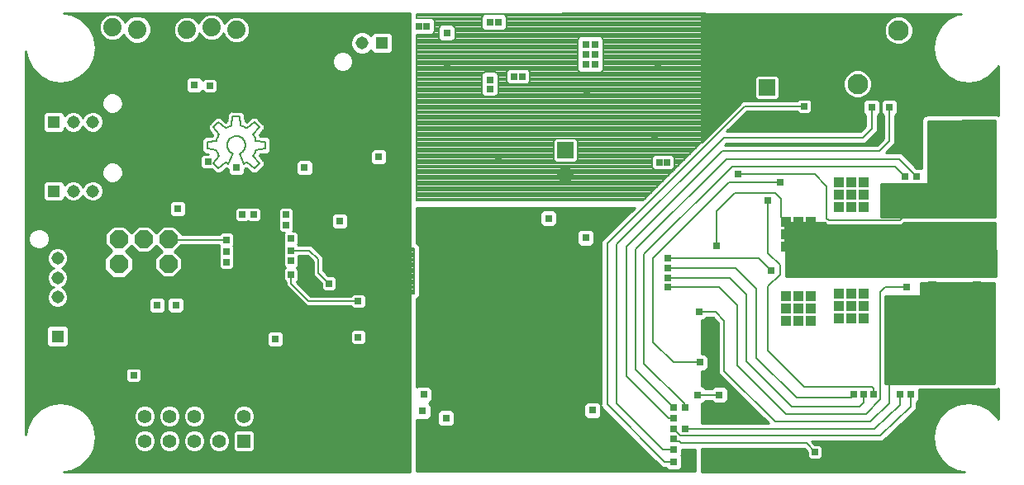
<source format=gbl>
G75*
%MOIN*%
%OFA0B0*%
%FSLAX24Y24*%
%IPPOS*%
%LPD*%
%AMOC8*
5,1,8,0,0,1.08239X$1,22.5*
%
%ADD10C,0.0740*%
%ADD11C,0.0650*%
%ADD12R,0.0650X0.0650*%
%ADD13R,0.0397X0.0397*%
%ADD14C,0.0515*%
%ADD15R,0.0515X0.0515*%
%ADD16R,0.0827X0.0827*%
%ADD17C,0.0827*%
%ADD18OC8,0.0740*%
%ADD19R,0.0554X0.0554*%
%ADD20C,0.0554*%
%ADD21C,0.0100*%
%ADD22R,0.0277X0.0277*%
%ADD23C,0.0080*%
%ADD24C,0.0079*%
D10*
X003815Y018310D03*
X004815Y018210D03*
X005815Y018310D03*
X006815Y018210D03*
X007815Y018310D03*
X008815Y018210D03*
D11*
X022099Y012327D03*
X030210Y017879D03*
D12*
X030210Y015879D03*
X022099Y013327D03*
D13*
X030981Y010449D03*
X031481Y010449D03*
X031981Y010449D03*
X031981Y009949D03*
X031481Y009949D03*
X030981Y009949D03*
X030981Y009449D03*
X031481Y009449D03*
X031981Y009449D03*
X033126Y011028D03*
X033126Y011528D03*
X033626Y011528D03*
X034126Y011528D03*
X034126Y011028D03*
X033626Y011028D03*
X033626Y012028D03*
X034126Y012028D03*
X033126Y012028D03*
X037126Y013233D03*
X037126Y013733D03*
X037626Y013733D03*
X038126Y013733D03*
X038126Y013233D03*
X037626Y013233D03*
X037626Y014233D03*
X038126Y014233D03*
X037126Y014233D03*
X034126Y007540D03*
X033626Y007540D03*
X033126Y007540D03*
X033126Y007040D03*
X033126Y006540D03*
X033626Y006540D03*
X034126Y006540D03*
X034126Y007040D03*
X033626Y007040D03*
X031981Y006933D03*
X031481Y006933D03*
X030981Y006933D03*
X030981Y006433D03*
X031481Y006433D03*
X031981Y006433D03*
X031981Y007433D03*
X031481Y007433D03*
X030981Y007433D03*
X035461Y005335D03*
X035961Y005335D03*
X036461Y005335D03*
X036461Y004835D03*
X036461Y004335D03*
X035961Y004335D03*
X035461Y004335D03*
X035461Y004835D03*
X035961Y004835D03*
D14*
X013890Y017670D03*
X003024Y014481D03*
X002237Y014481D03*
X002237Y011685D03*
X003024Y011685D03*
X001607Y008969D03*
X001607Y008181D03*
X001607Y007394D03*
X001607Y006607D03*
D15*
X001607Y005819D03*
X001449Y011685D03*
X001449Y014481D03*
X014678Y017670D03*
D16*
X033870Y018181D03*
X038674Y010957D03*
D17*
X036902Y010957D03*
X036902Y009304D03*
X038674Y009304D03*
X038674Y007650D03*
X036902Y007650D03*
X035524Y016016D03*
X033870Y016016D03*
X035524Y018181D03*
D18*
X006071Y009744D03*
X005071Y009744D03*
X004071Y009744D03*
X004071Y008744D03*
X005071Y008744D03*
X006071Y008744D03*
D19*
X009119Y001579D03*
D20*
X008119Y001579D03*
X007119Y001579D03*
X006119Y001579D03*
X005119Y001579D03*
X005119Y002579D03*
X006119Y002579D03*
X007119Y002579D03*
X008119Y002579D03*
X009119Y002579D03*
D21*
X002165Y000370D02*
X001852Y000320D01*
X015819Y000320D01*
X015819Y018878D01*
X001852Y018878D01*
X002165Y018828D01*
X002165Y018828D01*
X002562Y018626D01*
X002562Y018626D01*
X002878Y018310D01*
X002878Y018310D01*
X003080Y017913D01*
X003080Y017913D01*
X003150Y017473D01*
X003080Y017032D01*
X002878Y016635D01*
X002878Y016635D01*
X002562Y016320D01*
X002562Y016320D01*
X002165Y016118D01*
X002165Y016118D01*
X001725Y016048D01*
X001725Y016048D01*
X001284Y016118D01*
X001284Y016118D01*
X000887Y016320D01*
X000887Y016320D01*
X000572Y016635D01*
X000572Y016635D01*
X000370Y017032D01*
X000370Y017032D01*
X000320Y017345D01*
X000320Y001852D01*
X000370Y002165D01*
X000572Y002562D01*
X000572Y002562D01*
X000887Y002878D01*
X000887Y002878D01*
X000887Y002878D01*
X001284Y003080D01*
X001284Y003080D01*
X001725Y003150D01*
X001725Y003150D01*
X002165Y003080D01*
X002165Y003080D01*
X002562Y002878D01*
X002562Y002878D01*
X002878Y002562D01*
X002878Y002562D01*
X003080Y002165D01*
X003080Y002165D01*
X003150Y001725D01*
X003080Y001284D01*
X003080Y001284D01*
X002878Y000887D01*
X002878Y000887D01*
X002562Y000572D01*
X002562Y000572D01*
X002165Y000370D01*
X002165Y000370D01*
X002023Y000347D02*
X015819Y000347D01*
X015819Y000446D02*
X002314Y000446D01*
X002508Y000544D02*
X015819Y000544D01*
X015819Y000643D02*
X002633Y000643D01*
X002731Y000741D02*
X015819Y000741D01*
X015819Y000840D02*
X002830Y000840D01*
X002904Y000938D02*
X015819Y000938D01*
X015819Y001037D02*
X002954Y001037D01*
X003004Y001135D02*
X005022Y001135D01*
X005030Y001132D02*
X005207Y001132D01*
X005372Y001200D01*
X005498Y001326D01*
X005566Y001490D01*
X005566Y001668D01*
X005498Y001832D01*
X005372Y001958D01*
X005207Y002026D01*
X005030Y002026D01*
X004865Y001958D01*
X004739Y001832D01*
X004671Y001668D01*
X004671Y001490D01*
X004739Y001326D01*
X004865Y001200D01*
X005030Y001132D01*
X005215Y001135D02*
X006022Y001135D01*
X006030Y001132D02*
X006207Y001132D01*
X006372Y001200D01*
X006498Y001326D01*
X006566Y001490D01*
X006566Y001668D01*
X006498Y001832D01*
X006372Y001958D01*
X006207Y002026D01*
X006030Y002026D01*
X005865Y001958D01*
X005739Y001832D01*
X005671Y001668D01*
X005671Y001490D01*
X005739Y001326D01*
X005865Y001200D01*
X006030Y001132D01*
X006215Y001135D02*
X007022Y001135D01*
X007030Y001132D02*
X007207Y001132D01*
X007372Y001200D01*
X007498Y001326D01*
X007566Y001490D01*
X007566Y001668D01*
X007498Y001832D01*
X007372Y001958D01*
X007207Y002026D01*
X007030Y002026D01*
X006865Y001958D01*
X006739Y001832D01*
X006671Y001668D01*
X006671Y001490D01*
X006739Y001326D01*
X006865Y001200D01*
X007030Y001132D01*
X007215Y001135D02*
X008022Y001135D01*
X008030Y001132D02*
X008207Y001132D01*
X008372Y001200D01*
X008498Y001326D01*
X008566Y001490D01*
X008566Y001668D01*
X008498Y001832D01*
X008372Y001958D01*
X008207Y002026D01*
X008030Y002026D01*
X007865Y001958D01*
X007739Y001832D01*
X007671Y001668D01*
X007671Y001490D01*
X007739Y001326D01*
X007865Y001200D01*
X008030Y001132D01*
X008215Y001135D02*
X008768Y001135D01*
X008771Y001132D02*
X009466Y001132D01*
X009566Y001232D01*
X009566Y001927D01*
X009466Y002026D01*
X008771Y002026D01*
X008671Y001927D01*
X008671Y001232D01*
X008771Y001132D01*
X008671Y001234D02*
X008405Y001234D01*
X008500Y001332D02*
X008671Y001332D01*
X008671Y001431D02*
X008541Y001431D01*
X008566Y001529D02*
X008671Y001529D01*
X008671Y001628D02*
X008566Y001628D01*
X008542Y001726D02*
X008671Y001726D01*
X008671Y001825D02*
X008501Y001825D01*
X008407Y001923D02*
X008671Y001923D01*
X008766Y002022D02*
X008219Y002022D01*
X008018Y002022D02*
X007219Y002022D01*
X007207Y002132D02*
X007372Y002200D01*
X007498Y002326D01*
X007566Y002490D01*
X007566Y002668D01*
X007498Y002832D01*
X007372Y002958D01*
X007207Y003026D01*
X007030Y003026D01*
X006865Y002958D01*
X006739Y002832D01*
X006671Y002668D01*
X006671Y002490D01*
X006739Y002326D01*
X006865Y002200D01*
X007030Y002132D01*
X007207Y002132D01*
X007390Y002219D02*
X008847Y002219D01*
X008865Y002200D02*
X009030Y002132D01*
X009207Y002132D01*
X009372Y002200D01*
X009498Y002326D01*
X009566Y002490D01*
X009566Y002668D01*
X009498Y002832D01*
X009372Y002958D01*
X009207Y003026D01*
X009030Y003026D01*
X008865Y002958D01*
X008739Y002832D01*
X008671Y002668D01*
X008671Y002490D01*
X008739Y002326D01*
X008865Y002200D01*
X008748Y002317D02*
X007489Y002317D01*
X007535Y002416D02*
X008702Y002416D01*
X008671Y002514D02*
X007566Y002514D01*
X007566Y002613D02*
X008671Y002613D01*
X008689Y002711D02*
X007548Y002711D01*
X007507Y002810D02*
X008730Y002810D01*
X008815Y002908D02*
X007422Y002908D01*
X007255Y003007D02*
X008982Y003007D01*
X009255Y003007D02*
X015819Y003007D01*
X015819Y003105D02*
X002008Y003105D01*
X002310Y003007D02*
X004982Y003007D01*
X005030Y003026D02*
X004865Y002958D01*
X004739Y002832D01*
X004671Y002668D01*
X004671Y002490D01*
X004739Y002326D01*
X004865Y002200D01*
X005030Y002132D01*
X005207Y002132D01*
X005372Y002200D01*
X005498Y002326D01*
X005566Y002490D01*
X005566Y002668D01*
X005498Y002832D01*
X005372Y002958D01*
X005207Y003026D01*
X005030Y003026D01*
X005255Y003007D02*
X005982Y003007D01*
X006030Y003026D02*
X005865Y002958D01*
X005739Y002832D01*
X005671Y002668D01*
X005671Y002490D01*
X005739Y002326D01*
X005865Y002200D01*
X006030Y002132D01*
X006207Y002132D01*
X006372Y002200D01*
X006498Y002326D01*
X006566Y002490D01*
X006566Y002668D01*
X006498Y002832D01*
X006372Y002958D01*
X006207Y003026D01*
X006030Y003026D01*
X006255Y003007D02*
X006982Y003007D01*
X006815Y002908D02*
X006422Y002908D01*
X006507Y002810D02*
X006730Y002810D01*
X006689Y002711D02*
X006548Y002711D01*
X006566Y002613D02*
X006671Y002613D01*
X006671Y002514D02*
X006566Y002514D01*
X006535Y002416D02*
X006702Y002416D01*
X006748Y002317D02*
X006489Y002317D01*
X006390Y002219D02*
X006847Y002219D01*
X007018Y002022D02*
X006219Y002022D01*
X006018Y002022D02*
X005219Y002022D01*
X005018Y002022D02*
X003103Y002022D01*
X003087Y002120D02*
X015819Y002120D01*
X015819Y002022D02*
X009471Y002022D01*
X009566Y001923D02*
X015819Y001923D01*
X015819Y001825D02*
X009566Y001825D01*
X009566Y001726D02*
X015819Y001726D01*
X015819Y001628D02*
X009566Y001628D01*
X009566Y001529D02*
X015819Y001529D01*
X015819Y001431D02*
X009566Y001431D01*
X009566Y001332D02*
X015819Y001332D01*
X015819Y001234D02*
X009566Y001234D01*
X009469Y001135D02*
X015819Y001135D01*
X016095Y001135D02*
X025347Y001135D01*
X025445Y001037D02*
X016095Y001037D01*
X016095Y000938D02*
X025544Y000938D01*
X025642Y000840D02*
X016095Y000840D01*
X016095Y000741D02*
X025741Y000741D01*
X025839Y000643D02*
X016095Y000643D01*
X016095Y000544D02*
X025938Y000544D01*
X025953Y000529D02*
X026045Y000491D01*
X026125Y000491D01*
X026223Y000392D01*
X026675Y000392D01*
X026798Y000515D01*
X026798Y000966D01*
X026768Y000996D01*
X026798Y001027D01*
X026798Y001239D01*
X027315Y001239D01*
X027315Y000360D01*
X016095Y000360D01*
X016095Y002450D01*
X016105Y002439D01*
X016557Y002439D01*
X016680Y002562D01*
X016680Y003014D01*
X016585Y003108D01*
X016596Y003108D01*
X016719Y003231D01*
X016719Y003683D01*
X016596Y003806D01*
X016145Y003806D01*
X016095Y003756D01*
X016095Y007330D01*
X016118Y007340D01*
X016189Y007410D01*
X016227Y007502D01*
X016227Y009412D01*
X016189Y009504D01*
X016118Y009575D01*
X016095Y009584D01*
X016095Y011016D01*
X024875Y011016D01*
X023560Y009701D01*
X023522Y009609D01*
X023522Y003061D01*
X023407Y003176D01*
X022956Y003176D01*
X022833Y003053D01*
X022833Y002601D01*
X022956Y002478D01*
X023407Y002478D01*
X023530Y002601D01*
X023530Y002994D01*
X023560Y002922D01*
X023630Y002851D01*
X025953Y000529D01*
X026170Y000446D02*
X016095Y000446D01*
X016095Y001234D02*
X025248Y001234D01*
X025150Y001332D02*
X016095Y001332D01*
X016095Y001431D02*
X025051Y001431D01*
X024953Y001529D02*
X016095Y001529D01*
X016095Y001628D02*
X024854Y001628D01*
X024756Y001726D02*
X016095Y001726D01*
X016095Y001825D02*
X024657Y001825D01*
X024559Y001923D02*
X016095Y001923D01*
X016095Y002022D02*
X024460Y002022D01*
X024362Y002120D02*
X016095Y002120D01*
X016095Y002219D02*
X016995Y002219D01*
X017050Y002163D02*
X016927Y002286D01*
X016927Y002738D01*
X017050Y002861D01*
X017502Y002861D01*
X017625Y002738D01*
X017625Y002286D01*
X017502Y002163D01*
X017050Y002163D01*
X016927Y002317D02*
X016095Y002317D01*
X016095Y002416D02*
X016927Y002416D01*
X016927Y002514D02*
X016632Y002514D01*
X016680Y002613D02*
X016927Y002613D01*
X016927Y002711D02*
X016680Y002711D01*
X016680Y002810D02*
X016999Y002810D01*
X016680Y002908D02*
X022833Y002908D01*
X022833Y002810D02*
X017553Y002810D01*
X017625Y002711D02*
X022833Y002711D01*
X022833Y002613D02*
X017625Y002613D01*
X017625Y002514D02*
X022920Y002514D01*
X023443Y002514D02*
X023968Y002514D01*
X024066Y002416D02*
X017625Y002416D01*
X017625Y002317D02*
X024165Y002317D01*
X024263Y002219D02*
X017557Y002219D01*
X016680Y003007D02*
X022833Y003007D01*
X022885Y003105D02*
X016588Y003105D01*
X016691Y003204D02*
X023522Y003204D01*
X023522Y003302D02*
X016719Y003302D01*
X016719Y003401D02*
X023522Y003401D01*
X023522Y003499D02*
X016719Y003499D01*
X016719Y003598D02*
X023522Y003598D01*
X023522Y003696D02*
X016706Y003696D01*
X016608Y003795D02*
X023522Y003795D01*
X023522Y003893D02*
X016095Y003893D01*
X016095Y003795D02*
X016133Y003795D01*
X016095Y003992D02*
X023522Y003992D01*
X023522Y004090D02*
X016095Y004090D01*
X016095Y004189D02*
X023522Y004189D01*
X023522Y004287D02*
X016095Y004287D01*
X016095Y004386D02*
X023522Y004386D01*
X023522Y004484D02*
X016095Y004484D01*
X016095Y004583D02*
X023522Y004583D01*
X023522Y004681D02*
X016095Y004681D01*
X016095Y004780D02*
X023522Y004780D01*
X023522Y004878D02*
X016095Y004878D01*
X016095Y004977D02*
X023522Y004977D01*
X023522Y005075D02*
X016095Y005075D01*
X016095Y005174D02*
X023522Y005174D01*
X023522Y005272D02*
X016095Y005272D01*
X016095Y005371D02*
X023522Y005371D01*
X023522Y005469D02*
X016095Y005469D01*
X016095Y005568D02*
X023522Y005568D01*
X023522Y005666D02*
X016095Y005666D01*
X016095Y005765D02*
X023522Y005765D01*
X023522Y005863D02*
X016095Y005863D01*
X016095Y005962D02*
X023522Y005962D01*
X023522Y006060D02*
X016095Y006060D01*
X016095Y006159D02*
X023522Y006159D01*
X023522Y006257D02*
X016095Y006257D01*
X016095Y006356D02*
X023522Y006356D01*
X023522Y006454D02*
X016095Y006454D01*
X016095Y006553D02*
X023522Y006553D01*
X023522Y006651D02*
X016095Y006651D01*
X016095Y006750D02*
X023522Y006750D01*
X023522Y006848D02*
X016095Y006848D01*
X016095Y006947D02*
X023522Y006947D01*
X023522Y007045D02*
X016095Y007045D01*
X016095Y007144D02*
X023522Y007144D01*
X023522Y007242D02*
X016095Y007242D01*
X016119Y007341D02*
X023522Y007341D01*
X023522Y007439D02*
X016201Y007439D01*
X016227Y007538D02*
X023522Y007538D01*
X023522Y007636D02*
X016227Y007636D01*
X016227Y007735D02*
X023522Y007735D01*
X023522Y007833D02*
X016227Y007833D01*
X016227Y007932D02*
X023522Y007932D01*
X023522Y008030D02*
X016227Y008030D01*
X016227Y008129D02*
X023522Y008129D01*
X023522Y008227D02*
X016227Y008227D01*
X016227Y008326D02*
X023522Y008326D01*
X023522Y008424D02*
X016227Y008424D01*
X016227Y008523D02*
X023522Y008523D01*
X023522Y008621D02*
X016227Y008621D01*
X016227Y008720D02*
X023522Y008720D01*
X023522Y008818D02*
X016227Y008818D01*
X016227Y008917D02*
X023522Y008917D01*
X023522Y009015D02*
X016227Y009015D01*
X016227Y009114D02*
X023522Y009114D01*
X023522Y009212D02*
X016227Y009212D01*
X016227Y009311D02*
X023522Y009311D01*
X023522Y009409D02*
X016227Y009409D01*
X016185Y009508D02*
X022620Y009508D01*
X022680Y009447D02*
X023132Y009447D01*
X023255Y009570D01*
X023255Y010021D01*
X023132Y010144D01*
X022680Y010144D01*
X022557Y010021D01*
X022557Y009570D01*
X022680Y009447D01*
X022557Y009606D02*
X016095Y009606D01*
X016095Y009705D02*
X022557Y009705D01*
X022557Y009803D02*
X016095Y009803D01*
X016095Y009902D02*
X022557Y009902D01*
X022557Y010000D02*
X016095Y010000D01*
X016095Y010099D02*
X022634Y010099D01*
X023178Y010099D02*
X023958Y010099D01*
X024056Y010197D02*
X016095Y010197D01*
X016095Y010296D02*
X021123Y010296D01*
X021184Y010234D02*
X021636Y010234D01*
X021759Y010357D01*
X021759Y010809D01*
X021636Y010932D01*
X021184Y010932D01*
X021061Y010809D01*
X021061Y010357D01*
X021184Y010234D01*
X021061Y010394D02*
X016095Y010394D01*
X016095Y010493D02*
X021061Y010493D01*
X021061Y010591D02*
X016095Y010591D01*
X016095Y010690D02*
X021061Y010690D01*
X021061Y010788D02*
X016095Y010788D01*
X016095Y010887D02*
X021139Y010887D01*
X021681Y010887D02*
X024746Y010887D01*
X024844Y010985D02*
X016095Y010985D01*
X015819Y010985D02*
X011093Y010985D01*
X011128Y010950D02*
X011028Y011049D01*
X010610Y011049D01*
X010511Y010950D01*
X010511Y010531D01*
X010518Y010524D01*
X010511Y010517D01*
X010511Y010098D01*
X010610Y009999D01*
X010741Y009999D01*
X010707Y009965D01*
X010707Y009547D01*
X010734Y009520D01*
X010707Y009493D01*
X010707Y009075D01*
X010711Y009071D01*
X010711Y008661D01*
X010786Y008587D01*
X010707Y008509D01*
X010707Y008090D01*
X010807Y007991D01*
X010807Y007859D01*
X011638Y007027D01*
X013424Y007027D01*
X013524Y006928D01*
X013942Y006928D01*
X014041Y007027D01*
X014041Y007446D01*
X013942Y007545D01*
X013524Y007545D01*
X013424Y007446D01*
X011812Y007446D01*
X011246Y008012D01*
X011325Y008090D01*
X011325Y008509D01*
X011251Y008583D01*
X011329Y008661D01*
X011329Y009074D01*
X011677Y009074D01*
X011909Y008843D01*
X011909Y008292D01*
X012032Y008169D01*
X012243Y007958D01*
X012243Y007736D01*
X012342Y007637D01*
X012761Y007637D01*
X012860Y007736D01*
X012860Y008154D01*
X012761Y008254D01*
X012539Y008254D01*
X012328Y008465D01*
X012328Y009016D01*
X012205Y009139D01*
X011851Y009493D01*
X011325Y009493D01*
X011298Y009520D01*
X011325Y009547D01*
X011325Y009965D01*
X011225Y010065D01*
X011095Y010065D01*
X011128Y010098D01*
X011128Y010517D01*
X011121Y010524D01*
X011128Y010531D01*
X011128Y010950D01*
X011128Y010887D02*
X015819Y010887D01*
X015819Y010788D02*
X013222Y010788D01*
X013206Y010804D02*
X012763Y010804D01*
X012646Y010687D01*
X012646Y010243D01*
X012763Y010126D01*
X013206Y010126D01*
X013323Y010243D01*
X013323Y010687D01*
X013206Y010804D01*
X013320Y010690D02*
X015819Y010690D01*
X015819Y010591D02*
X013323Y010591D01*
X013323Y010493D02*
X015819Y010493D01*
X015819Y010394D02*
X013323Y010394D01*
X013323Y010296D02*
X015819Y010296D01*
X015819Y010197D02*
X013277Y010197D01*
X012692Y010197D02*
X011128Y010197D01*
X011128Y010099D02*
X015819Y010099D01*
X015819Y010000D02*
X011290Y010000D01*
X011325Y009902D02*
X015819Y009902D01*
X015819Y009803D02*
X011325Y009803D01*
X011325Y009705D02*
X015819Y009705D01*
X015819Y009606D02*
X011325Y009606D01*
X011310Y009508D02*
X015819Y009508D01*
X015819Y009409D02*
X011935Y009409D01*
X012034Y009311D02*
X015819Y009311D01*
X015819Y009212D02*
X012132Y009212D01*
X012231Y009114D02*
X015819Y009114D01*
X015819Y009015D02*
X012328Y009015D01*
X012328Y008917D02*
X015819Y008917D01*
X015819Y008818D02*
X012328Y008818D01*
X012328Y008720D02*
X015819Y008720D01*
X015819Y008621D02*
X012328Y008621D01*
X012328Y008523D02*
X015819Y008523D01*
X015819Y008424D02*
X012369Y008424D01*
X012467Y008326D02*
X015819Y008326D01*
X015819Y008227D02*
X012788Y008227D01*
X012860Y008129D02*
X015819Y008129D01*
X015819Y008030D02*
X012860Y008030D01*
X012860Y007932D02*
X015819Y007932D01*
X015819Y007833D02*
X012860Y007833D01*
X012859Y007735D02*
X015819Y007735D01*
X015819Y007636D02*
X011621Y007636D01*
X011523Y007735D02*
X012244Y007735D01*
X012243Y007833D02*
X011424Y007833D01*
X011326Y007932D02*
X012243Y007932D01*
X012171Y008030D02*
X011264Y008030D01*
X011325Y008129D02*
X012072Y008129D01*
X011974Y008227D02*
X011325Y008227D01*
X011325Y008326D02*
X011909Y008326D01*
X011909Y008424D02*
X011325Y008424D01*
X011311Y008523D02*
X011909Y008523D01*
X011909Y008621D02*
X011289Y008621D01*
X011329Y008720D02*
X011909Y008720D01*
X011909Y008818D02*
X011329Y008818D01*
X011329Y008917D02*
X011835Y008917D01*
X011737Y009015D02*
X011329Y009015D01*
X010711Y009015D02*
X008726Y009015D01*
X008726Y009021D02*
X008719Y009028D01*
X008726Y009035D01*
X008726Y009454D01*
X008699Y009481D01*
X008726Y009508D01*
X008726Y009926D01*
X008627Y010026D01*
X008209Y010026D01*
X008110Y009927D01*
X006611Y009927D01*
X006611Y009968D01*
X006295Y010284D01*
X005848Y010284D01*
X005571Y010008D01*
X005295Y010284D01*
X004848Y010284D01*
X004571Y010008D01*
X004295Y010284D01*
X003848Y010284D01*
X003531Y009968D01*
X003531Y009521D01*
X003786Y009266D01*
X003501Y008981D01*
X003501Y008508D01*
X003835Y008174D01*
X004307Y008174D01*
X004641Y008508D01*
X004641Y008981D01*
X004356Y009266D01*
X004571Y009481D01*
X004848Y009204D01*
X005295Y009204D01*
X005571Y009481D01*
X005808Y009244D01*
X005531Y008968D01*
X005531Y008521D01*
X005848Y008204D01*
X006295Y008204D01*
X006611Y008521D01*
X006611Y008968D01*
X006335Y009244D01*
X006597Y009507D01*
X008110Y009507D01*
X008136Y009481D01*
X008109Y009454D01*
X008109Y009035D01*
X008116Y009028D01*
X008109Y009021D01*
X008109Y008602D01*
X008209Y008503D01*
X008627Y008503D01*
X008726Y008602D01*
X008726Y009021D01*
X008726Y009114D02*
X010707Y009114D01*
X010707Y009212D02*
X008726Y009212D01*
X008726Y009311D02*
X010707Y009311D01*
X010707Y009409D02*
X008726Y009409D01*
X008726Y009508D02*
X010722Y009508D01*
X010707Y009606D02*
X008726Y009606D01*
X008726Y009705D02*
X010707Y009705D01*
X010707Y009803D02*
X008726Y009803D01*
X008726Y009902D02*
X010707Y009902D01*
X010609Y010000D02*
X008653Y010000D01*
X008183Y010000D02*
X006579Y010000D01*
X006481Y010099D02*
X010511Y010099D01*
X010511Y010197D02*
X006382Y010197D01*
X005760Y010197D02*
X005382Y010197D01*
X005481Y010099D02*
X005662Y010099D01*
X006228Y010638D02*
X006671Y010638D01*
X006788Y010755D01*
X006788Y011198D01*
X006671Y011316D01*
X006228Y011316D01*
X006110Y011198D01*
X006110Y010755D01*
X006228Y010638D01*
X006176Y010690D02*
X000320Y010690D01*
X000320Y010788D02*
X006110Y010788D01*
X006110Y010887D02*
X000320Y010887D01*
X000320Y010985D02*
X006110Y010985D01*
X006110Y011084D02*
X000320Y011084D01*
X000320Y011182D02*
X006110Y011182D01*
X006193Y011281D02*
X003164Y011281D01*
X003109Y011258D02*
X003266Y011323D01*
X003386Y011443D01*
X003451Y011600D01*
X003451Y011770D01*
X003386Y011928D01*
X003266Y012048D01*
X003109Y012113D01*
X002939Y012113D01*
X002782Y012048D01*
X002662Y011928D01*
X002630Y011852D01*
X002599Y011928D01*
X002479Y012048D01*
X002322Y012113D01*
X002152Y012113D01*
X001994Y012048D01*
X001877Y011930D01*
X001877Y012013D01*
X001777Y012113D01*
X001121Y012113D01*
X001022Y012013D01*
X001022Y011358D01*
X001121Y011258D01*
X001777Y011258D01*
X001877Y011358D01*
X001877Y011441D01*
X001994Y011323D01*
X002152Y011258D01*
X002322Y011258D01*
X002479Y011323D01*
X002599Y011443D01*
X002630Y011519D01*
X002662Y011443D01*
X002782Y011323D01*
X002939Y011258D01*
X003109Y011258D01*
X002884Y011281D02*
X002376Y011281D01*
X002535Y011379D02*
X002726Y011379D01*
X002647Y011478D02*
X002613Y011478D01*
X002097Y011281D02*
X001800Y011281D01*
X001877Y011379D02*
X001938Y011379D01*
X001917Y011970D02*
X001877Y011970D01*
X001821Y012069D02*
X002044Y012069D01*
X002429Y012069D02*
X002832Y012069D01*
X002704Y011970D02*
X002557Y011970D01*
X002622Y011872D02*
X002638Y011872D01*
X003216Y012069D02*
X003580Y012069D01*
X003570Y012072D02*
X003727Y012008D01*
X003896Y012008D01*
X004053Y012072D01*
X004172Y012192D01*
X004237Y012349D01*
X004237Y012518D01*
X004172Y012675D01*
X004053Y012795D01*
X003896Y012859D01*
X003727Y012859D01*
X003570Y012795D01*
X003450Y012675D01*
X003386Y012518D01*
X003386Y012349D01*
X003450Y012192D01*
X003570Y012072D01*
X003476Y012167D02*
X000320Y012167D01*
X000320Y012069D02*
X001077Y012069D01*
X001022Y011970D02*
X000320Y011970D01*
X000320Y011872D02*
X001022Y011872D01*
X001022Y011773D02*
X000320Y011773D01*
X000320Y011675D02*
X001022Y011675D01*
X001022Y011576D02*
X000320Y011576D01*
X000320Y011478D02*
X001022Y011478D01*
X001022Y011379D02*
X000320Y011379D01*
X000320Y011281D02*
X001099Y011281D01*
X000320Y010591D02*
X008739Y010591D01*
X008739Y010531D02*
X008838Y010432D01*
X009257Y010432D01*
X009284Y010459D01*
X009311Y010432D01*
X009729Y010432D01*
X009829Y010531D01*
X009829Y010950D01*
X009729Y011049D01*
X009311Y011049D01*
X009284Y011022D01*
X009257Y011049D01*
X008838Y011049D01*
X008739Y010950D01*
X008739Y010531D01*
X008778Y010493D02*
X000320Y010493D01*
X000320Y010394D02*
X010511Y010394D01*
X010511Y010296D02*
X000320Y010296D01*
X000320Y010197D02*
X003760Y010197D01*
X003662Y010099D02*
X001119Y010099D01*
X001100Y010117D02*
X000943Y010182D01*
X000774Y010182D01*
X000617Y010117D01*
X000498Y009998D01*
X000433Y009841D01*
X000433Y009672D01*
X000498Y009515D01*
X000617Y009395D01*
X000774Y009330D01*
X000943Y009330D01*
X001100Y009395D01*
X001220Y009515D01*
X001285Y009672D01*
X001285Y009841D01*
X001220Y009998D01*
X001100Y010117D01*
X001217Y010000D02*
X003563Y010000D01*
X003531Y009902D02*
X001260Y009902D01*
X001285Y009803D02*
X003531Y009803D01*
X003531Y009705D02*
X001285Y009705D01*
X001257Y009606D02*
X003531Y009606D01*
X003545Y009508D02*
X001212Y009508D01*
X001114Y009409D02*
X003643Y009409D01*
X003742Y009311D02*
X001870Y009311D01*
X001849Y009331D02*
X001969Y009211D01*
X002034Y009054D01*
X002034Y008884D01*
X001969Y008727D01*
X001849Y008606D01*
X001773Y008575D01*
X001849Y008544D01*
X001969Y008424D01*
X003586Y008424D01*
X003501Y008523D02*
X001870Y008523D01*
X001863Y008621D02*
X003501Y008621D01*
X003501Y008720D02*
X001962Y008720D01*
X002007Y008818D02*
X003501Y008818D01*
X003501Y008917D02*
X002034Y008917D01*
X002034Y009015D02*
X003536Y009015D01*
X003634Y009114D02*
X002009Y009114D01*
X001968Y009212D02*
X003733Y009212D01*
X004401Y009311D02*
X004742Y009311D01*
X004643Y009409D02*
X004499Y009409D01*
X004410Y009212D02*
X004840Y009212D01*
X004607Y009015D02*
X005578Y009015D01*
X005531Y008917D02*
X004641Y008917D01*
X004641Y008818D02*
X005531Y008818D01*
X005531Y008720D02*
X004641Y008720D01*
X004641Y008621D02*
X005531Y008621D01*
X005531Y008523D02*
X004641Y008523D01*
X004557Y008424D02*
X005628Y008424D01*
X005727Y008326D02*
X004458Y008326D01*
X004360Y008227D02*
X005825Y008227D01*
X006317Y008227D02*
X010707Y008227D01*
X010707Y008129D02*
X002034Y008129D01*
X002034Y008096D02*
X002034Y008267D01*
X001969Y008424D01*
X002010Y008326D02*
X003684Y008326D01*
X003783Y008227D02*
X002034Y008227D01*
X002034Y008096D02*
X001969Y007939D01*
X001849Y007819D01*
X001773Y007788D01*
X001849Y007756D01*
X001969Y007636D01*
X011029Y007636D01*
X010931Y007735D02*
X001871Y007735D01*
X001863Y007833D02*
X010832Y007833D01*
X010807Y007932D02*
X001961Y007932D01*
X002007Y008030D02*
X010768Y008030D01*
X010707Y008326D02*
X006416Y008326D01*
X006514Y008424D02*
X010707Y008424D01*
X010721Y008523D02*
X008647Y008523D01*
X008726Y008621D02*
X010752Y008621D01*
X010711Y008720D02*
X008726Y008720D01*
X008726Y008818D02*
X010711Y008818D01*
X010711Y008917D02*
X008726Y008917D01*
X008109Y008917D02*
X006611Y008917D01*
X006611Y008818D02*
X008109Y008818D01*
X008109Y008720D02*
X006611Y008720D01*
X006611Y008621D02*
X008109Y008621D01*
X008189Y008523D02*
X006611Y008523D01*
X006564Y009015D02*
X008109Y009015D01*
X008109Y009114D02*
X006466Y009114D01*
X006367Y009212D02*
X008109Y009212D01*
X008109Y009311D02*
X006401Y009311D01*
X006499Y009409D02*
X008109Y009409D01*
X009790Y010493D02*
X010511Y010493D01*
X010511Y010591D02*
X009829Y010591D01*
X009829Y010690D02*
X010511Y010690D01*
X010511Y010788D02*
X009829Y010788D01*
X009829Y010887D02*
X010511Y010887D01*
X010546Y010985D02*
X009793Y010985D01*
X008774Y010985D02*
X006788Y010985D01*
X006788Y010887D02*
X008739Y010887D01*
X008739Y010788D02*
X006788Y010788D01*
X006722Y010690D02*
X008739Y010690D01*
X006788Y011084D02*
X015819Y011084D01*
X015819Y011182D02*
X006788Y011182D01*
X006706Y011281D02*
X015819Y011281D01*
X015819Y011379D02*
X003322Y011379D01*
X003401Y011478D02*
X015819Y011478D01*
X015819Y011576D02*
X003441Y011576D01*
X003451Y011675D02*
X015819Y011675D01*
X015819Y011773D02*
X003450Y011773D01*
X003410Y011872D02*
X015819Y011872D01*
X015819Y011970D02*
X003344Y011970D01*
X003420Y012266D02*
X000320Y012266D01*
X000320Y012364D02*
X003386Y012364D01*
X003386Y012463D02*
X000320Y012463D01*
X000320Y012561D02*
X003403Y012561D01*
X003444Y012660D02*
X000320Y012660D01*
X000320Y012758D02*
X003534Y012758D01*
X003720Y012857D02*
X000320Y012857D01*
X000320Y012955D02*
X007361Y012955D01*
X007361Y012857D02*
X003903Y012857D01*
X004089Y012758D02*
X007361Y012758D01*
X007361Y012660D02*
X004179Y012660D01*
X004220Y012561D02*
X007457Y012561D01*
X007461Y012558D02*
X007835Y012558D01*
X007929Y012465D01*
X007977Y012406D01*
X007989Y012404D01*
X007998Y012396D01*
X008074Y012396D01*
X008149Y012388D01*
X008159Y012396D01*
X008171Y012396D01*
X008225Y012450D01*
X008407Y012598D01*
X008421Y012592D01*
X008465Y012574D01*
X008484Y012566D01*
X008484Y012409D01*
X008602Y012292D01*
X009045Y012292D01*
X009162Y012409D01*
X009162Y012575D01*
X009202Y012592D01*
X009216Y012598D01*
X009398Y012450D01*
X009452Y012396D01*
X009464Y012396D01*
X009473Y012388D01*
X009549Y012396D01*
X009625Y012396D01*
X009634Y012404D01*
X009646Y012406D01*
X009694Y012465D01*
X009883Y012653D01*
X009942Y012701D01*
X009943Y012713D01*
X009952Y012722D01*
X009952Y012798D01*
X009959Y012874D01*
X009952Y012883D01*
X009952Y012895D01*
X009898Y012949D01*
X009757Y013122D01*
X009768Y013140D01*
X009773Y013160D01*
X009994Y013183D01*
X010070Y013183D01*
X010079Y013191D01*
X010091Y013192D01*
X010139Y013251D01*
X010193Y013305D01*
X010193Y013317D01*
X010201Y013327D01*
X010193Y013402D01*
X010193Y013669D01*
X010201Y013745D01*
X010193Y013754D01*
X010193Y013766D01*
X010139Y013820D01*
X010091Y013879D01*
X010079Y013881D01*
X010070Y013889D01*
X009994Y013889D01*
X009773Y013912D01*
X009768Y013932D01*
X009757Y013950D01*
X009898Y014122D01*
X009952Y014176D01*
X009952Y014188D01*
X009959Y014198D01*
X009952Y014274D01*
X009952Y014350D01*
X009943Y014358D01*
X009942Y014370D01*
X009883Y014419D01*
X009694Y014607D01*
X009646Y014666D01*
X009634Y014667D01*
X009625Y014676D01*
X009549Y014676D01*
X009473Y014684D01*
X009464Y014676D01*
X009452Y014676D01*
X009398Y014622D01*
X009226Y014481D01*
X009208Y014493D01*
X009208Y014493D01*
X009187Y014497D01*
X009165Y014719D01*
X009165Y014795D01*
X009156Y014803D01*
X009155Y014816D01*
X009096Y014864D01*
X009042Y014917D01*
X009030Y014917D01*
X009020Y014925D01*
X008945Y014917D01*
X008678Y014917D01*
X008602Y014925D01*
X004110Y014925D01*
X004053Y014868D02*
X004172Y014987D01*
X004237Y015144D01*
X004237Y015313D01*
X004172Y015470D01*
X004053Y015590D01*
X003896Y015655D01*
X003727Y015655D01*
X003570Y015590D01*
X003450Y015470D01*
X003386Y015313D01*
X003386Y015144D01*
X003450Y014987D01*
X003570Y014868D01*
X003727Y014803D01*
X003896Y014803D01*
X004053Y014868D01*
X003953Y014827D02*
X008481Y014827D01*
X008468Y014816D02*
X008467Y014803D01*
X008458Y014795D01*
X008458Y014719D01*
X008436Y014497D01*
X008415Y014493D01*
X008397Y014481D01*
X008225Y014622D01*
X008171Y014676D01*
X008159Y014676D01*
X008149Y014684D01*
X008074Y014676D01*
X007998Y014676D01*
X007989Y014667D01*
X007977Y014666D01*
X007929Y014607D01*
X007740Y014419D01*
X007681Y014370D01*
X007680Y014358D01*
X007671Y014350D01*
X007671Y014274D01*
X007664Y014198D01*
X007671Y014188D01*
X007671Y014176D01*
X007725Y014122D01*
X007866Y013950D01*
X007855Y013932D01*
X007850Y013912D01*
X007629Y013889D01*
X007552Y013889D01*
X007544Y013881D01*
X007532Y013879D01*
X007484Y013820D01*
X007430Y013766D01*
X007430Y013754D01*
X007422Y013745D01*
X007430Y013669D01*
X007430Y013402D01*
X007422Y013327D01*
X007430Y013317D01*
X007430Y013305D01*
X007484Y013251D01*
X000320Y013251D01*
X000320Y013349D02*
X007424Y013349D01*
X007430Y013448D02*
X000320Y013448D01*
X000320Y013546D02*
X007430Y013546D01*
X007430Y013645D02*
X000320Y013645D01*
X000320Y013743D02*
X007422Y013743D01*
X007501Y013842D02*
X000320Y013842D01*
X000320Y013940D02*
X007860Y013940D01*
X007794Y014039D02*
X000320Y014039D01*
X000320Y014137D02*
X001038Y014137D01*
X001022Y014153D02*
X001121Y014053D01*
X001777Y014053D01*
X001877Y014153D01*
X001877Y014236D01*
X001994Y014118D01*
X002152Y014053D01*
X002322Y014053D01*
X002479Y014118D01*
X002599Y014239D01*
X002630Y014314D01*
X002662Y014239D01*
X002782Y014118D01*
X002939Y014053D01*
X003109Y014053D01*
X003266Y014118D01*
X003386Y014239D01*
X003451Y014396D01*
X003451Y014566D01*
X003386Y014723D01*
X003266Y014843D01*
X003109Y014908D01*
X002939Y014908D01*
X002782Y014843D01*
X002662Y014723D01*
X002630Y014647D01*
X002599Y014723D01*
X002479Y014843D01*
X002322Y014908D01*
X002152Y014908D01*
X001994Y014843D01*
X001877Y014725D01*
X001877Y014809D01*
X001777Y014908D01*
X001121Y014908D01*
X001022Y014809D01*
X001022Y014153D01*
X001022Y014236D02*
X000320Y014236D01*
X000320Y014334D02*
X001022Y014334D01*
X001022Y014433D02*
X000320Y014433D01*
X000320Y014531D02*
X001022Y014531D01*
X001022Y014630D02*
X000320Y014630D01*
X000320Y014728D02*
X001022Y014728D01*
X001040Y014827D02*
X000320Y014827D01*
X000320Y014925D02*
X003513Y014925D01*
X003435Y015024D02*
X000320Y015024D01*
X000320Y015122D02*
X003395Y015122D01*
X003386Y015221D02*
X000320Y015221D01*
X000320Y015319D02*
X003388Y015319D01*
X003429Y015418D02*
X000320Y015418D01*
X000320Y015516D02*
X003496Y015516D01*
X003630Y015615D02*
X000320Y015615D01*
X000320Y015713D02*
X006822Y015713D01*
X006780Y015755D02*
X006897Y015638D01*
X007340Y015638D01*
X007440Y015738D01*
X007440Y015728D01*
X007539Y015629D01*
X007958Y015629D01*
X008057Y015728D01*
X008057Y016147D01*
X007958Y016246D01*
X007539Y016246D01*
X007457Y016164D01*
X007457Y016198D01*
X007340Y016316D01*
X006897Y016316D01*
X006780Y016198D01*
X006780Y015755D01*
X006780Y015812D02*
X000320Y015812D01*
X000320Y015910D02*
X006780Y015910D01*
X006780Y016009D02*
X000320Y016009D01*
X000320Y016107D02*
X001351Y016107D01*
X001112Y016206D02*
X000320Y016206D01*
X000320Y016304D02*
X000919Y016304D01*
X000805Y016403D02*
X000320Y016403D01*
X000320Y016501D02*
X000706Y016501D01*
X000608Y016600D02*
X000320Y016600D01*
X000320Y016698D02*
X000540Y016698D01*
X000490Y016797D02*
X000320Y016797D01*
X000320Y016895D02*
X000440Y016895D01*
X000389Y016994D02*
X000320Y016994D01*
X000320Y017092D02*
X000360Y017092D01*
X000345Y017191D02*
X000320Y017191D01*
X000320Y017289D02*
X000329Y017289D01*
X002099Y016107D02*
X006780Y016107D01*
X006787Y016206D02*
X002338Y016206D01*
X002531Y016304D02*
X006885Y016304D01*
X007352Y016304D02*
X015819Y016304D01*
X015819Y016206D02*
X007998Y016206D01*
X008057Y016107D02*
X015819Y016107D01*
X015819Y016009D02*
X008057Y016009D01*
X008057Y015910D02*
X015819Y015910D01*
X015819Y015812D02*
X008057Y015812D01*
X008042Y015713D02*
X015819Y015713D01*
X015819Y015615D02*
X003993Y015615D01*
X004126Y015516D02*
X015819Y015516D01*
X015819Y015418D02*
X004194Y015418D01*
X004235Y015319D02*
X015819Y015319D01*
X015819Y015221D02*
X004237Y015221D01*
X004228Y015122D02*
X015819Y015122D01*
X015819Y015024D02*
X004187Y015024D01*
X003669Y014827D02*
X003283Y014827D01*
X003381Y014728D02*
X008458Y014728D01*
X008468Y014816D02*
X008527Y014864D01*
X008581Y014917D01*
X008593Y014917D01*
X008602Y014925D01*
X008604Y014925D02*
X009019Y014925D01*
X009021Y014925D02*
X015819Y014925D01*
X015819Y014827D02*
X009141Y014827D01*
X009165Y014728D02*
X015819Y014728D01*
X015819Y014630D02*
X009676Y014630D01*
X009770Y014531D02*
X015819Y014531D01*
X015819Y014433D02*
X009869Y014433D01*
X009952Y014334D02*
X015819Y014334D01*
X015819Y014236D02*
X009955Y014236D01*
X009912Y014137D02*
X015819Y014137D01*
X015819Y014039D02*
X009829Y014039D01*
X009763Y013940D02*
X015819Y013940D01*
X015819Y013842D02*
X010122Y013842D01*
X010201Y013743D02*
X015819Y013743D01*
X015819Y013645D02*
X010193Y013645D01*
X010193Y013546D02*
X015819Y013546D01*
X015819Y013448D02*
X010193Y013448D01*
X010199Y013349D02*
X014285Y013349D01*
X014338Y013402D02*
X014221Y013285D01*
X014221Y012842D01*
X014338Y012725D01*
X014781Y012725D01*
X014898Y012842D01*
X014898Y013285D01*
X014781Y013402D01*
X014338Y013402D01*
X014221Y013251D02*
X010139Y013251D01*
X009771Y013152D02*
X014221Y013152D01*
X014221Y013054D02*
X009813Y013054D01*
X009768Y013140D02*
X009768Y013140D01*
X009893Y012955D02*
X011332Y012955D01*
X011346Y012969D02*
X011229Y012852D01*
X011229Y012409D01*
X011346Y012292D01*
X011789Y012292D01*
X011906Y012409D01*
X011906Y012852D01*
X011789Y012969D01*
X011346Y012969D01*
X011233Y012857D02*
X009957Y012857D01*
X009952Y012758D02*
X011229Y012758D01*
X011229Y012660D02*
X009891Y012660D01*
X009791Y012561D02*
X011229Y012561D01*
X011229Y012463D02*
X009692Y012463D01*
X009382Y012463D02*
X009162Y012463D01*
X009162Y012561D02*
X009261Y012561D01*
X009117Y012364D02*
X011273Y012364D01*
X011861Y012364D02*
X015819Y012364D01*
X015819Y012266D02*
X004203Y012266D01*
X004237Y012364D02*
X008529Y012364D01*
X008484Y012463D02*
X008241Y012463D01*
X008361Y012561D02*
X008484Y012561D01*
X007930Y012463D02*
X004237Y012463D01*
X004147Y012167D02*
X015819Y012167D01*
X015819Y012069D02*
X004043Y012069D01*
X007361Y012657D02*
X007461Y012558D01*
X007361Y012657D02*
X007361Y013076D01*
X007461Y013175D01*
X007700Y013175D01*
X007629Y013183D01*
X007552Y013183D01*
X007544Y013191D01*
X007532Y013192D01*
X007484Y013251D01*
X007437Y013152D02*
X000320Y013152D01*
X000320Y013054D02*
X007361Y013054D01*
X007711Y014137D02*
X003285Y014137D01*
X003383Y014236D02*
X007667Y014236D01*
X007671Y014334D02*
X003426Y014334D01*
X003451Y014433D02*
X007754Y014433D01*
X007853Y014531D02*
X003451Y014531D01*
X003425Y014630D02*
X007947Y014630D01*
X008217Y014630D02*
X008449Y014630D01*
X008439Y014531D02*
X008336Y014531D01*
X008415Y014493D02*
X008415Y014493D01*
X009184Y014531D02*
X009286Y014531D01*
X009174Y014630D02*
X009405Y014630D01*
X009768Y013932D02*
X009768Y013932D01*
X011803Y012955D02*
X014221Y012955D01*
X014221Y012857D02*
X011901Y012857D01*
X011906Y012758D02*
X014304Y012758D01*
X014814Y012758D02*
X015819Y012758D01*
X015819Y012660D02*
X011906Y012660D01*
X011906Y012561D02*
X015819Y012561D01*
X015819Y012463D02*
X011906Y012463D01*
X011128Y010788D02*
X012747Y010788D01*
X012649Y010690D02*
X011128Y010690D01*
X011128Y010591D02*
X012646Y010591D01*
X012646Y010493D02*
X011128Y010493D01*
X011128Y010394D02*
X012646Y010394D01*
X012646Y010296D02*
X011128Y010296D01*
X014898Y012857D02*
X015819Y012857D01*
X015819Y012955D02*
X014898Y012955D01*
X014898Y013054D02*
X015819Y013054D01*
X015819Y013152D02*
X014898Y013152D01*
X014898Y013251D02*
X015819Y013251D01*
X015819Y013349D02*
X014834Y013349D01*
X015819Y016403D02*
X002645Y016403D01*
X002743Y016501D02*
X013005Y016501D01*
X013018Y016496D02*
X013187Y016496D01*
X013344Y016561D01*
X013464Y016680D01*
X013529Y016837D01*
X013529Y017006D01*
X013464Y017163D01*
X013344Y017283D01*
X013187Y017348D01*
X013018Y017348D01*
X012861Y017283D01*
X012742Y017163D01*
X012677Y017006D01*
X012677Y016837D01*
X012742Y016680D01*
X012861Y016561D01*
X013018Y016496D01*
X013200Y016501D02*
X015819Y016501D01*
X015819Y016600D02*
X013383Y016600D01*
X013471Y016698D02*
X015819Y016698D01*
X015819Y016797D02*
X013512Y016797D01*
X013529Y016895D02*
X015819Y016895D01*
X015819Y016994D02*
X013529Y016994D01*
X013493Y017092D02*
X015819Y017092D01*
X015819Y017191D02*
X013436Y017191D01*
X013329Y017289D02*
X013624Y017289D01*
X013631Y017282D02*
X013799Y017212D01*
X013981Y017212D01*
X014149Y017282D01*
X014250Y017383D01*
X014250Y017342D01*
X014350Y017242D01*
X015005Y017242D01*
X015105Y017342D01*
X015105Y017998D01*
X015005Y018097D01*
X014350Y018097D01*
X014250Y017998D01*
X014250Y017957D01*
X014149Y018058D01*
X013981Y018127D01*
X013799Y018127D01*
X013631Y018058D01*
X013502Y017929D01*
X013433Y017761D01*
X013433Y017579D01*
X013502Y017411D01*
X013631Y017282D01*
X013525Y017388D02*
X003136Y017388D01*
X003148Y017486D02*
X013471Y017486D01*
X013433Y017585D02*
X003132Y017585D01*
X003117Y017683D02*
X004599Y017683D01*
X004702Y017640D02*
X004929Y017640D01*
X005138Y017727D01*
X005299Y017887D01*
X005385Y018097D01*
X005385Y018324D01*
X005299Y018533D01*
X005138Y018693D01*
X004929Y018780D01*
X004702Y018780D01*
X004492Y018693D01*
X004332Y018533D01*
X004320Y018503D01*
X004273Y018616D01*
X004121Y018768D01*
X003923Y018850D01*
X003708Y018850D01*
X003509Y018768D01*
X003358Y018616D01*
X003275Y018418D01*
X003275Y018203D01*
X003358Y018004D01*
X003509Y017852D01*
X003708Y017770D01*
X003923Y017770D01*
X004121Y017852D01*
X004273Y018004D01*
X004278Y018017D01*
X004332Y017887D01*
X004492Y017727D01*
X004702Y017640D01*
X004438Y017782D02*
X003950Y017782D01*
X004149Y017880D02*
X004339Y017880D01*
X004294Y017979D02*
X004247Y017979D01*
X003681Y017782D02*
X003101Y017782D01*
X003085Y017880D02*
X003482Y017880D01*
X003383Y017979D02*
X003047Y017979D01*
X002997Y018077D02*
X003327Y018077D01*
X003287Y018176D02*
X002946Y018176D01*
X002896Y018274D02*
X003275Y018274D01*
X003275Y018373D02*
X002816Y018373D01*
X002717Y018471D02*
X003297Y018471D01*
X003338Y018570D02*
X002619Y018570D01*
X002479Y018668D02*
X003409Y018668D01*
X003508Y018767D02*
X002286Y018767D01*
X001932Y018865D02*
X015819Y018865D01*
X015819Y018767D02*
X008123Y018767D01*
X008121Y018768D02*
X007923Y018850D01*
X007708Y018850D01*
X007509Y018768D01*
X007358Y018616D01*
X007295Y018464D01*
X007273Y018516D01*
X007121Y018668D01*
X007409Y018668D01*
X007338Y018570D02*
X007220Y018570D01*
X007292Y018471D02*
X007297Y018471D01*
X007121Y018668D02*
X006923Y018750D01*
X006708Y018750D01*
X006509Y018668D01*
X006358Y018516D01*
X006275Y018318D01*
X006275Y018103D01*
X006358Y017904D01*
X006509Y017752D01*
X006708Y017670D01*
X006923Y017670D01*
X007121Y017752D01*
X007273Y017904D01*
X007336Y018056D01*
X007358Y018004D01*
X007509Y017852D01*
X007708Y017770D01*
X007923Y017770D01*
X008121Y017852D01*
X008273Y018004D01*
X008295Y018056D01*
X008358Y017904D01*
X008509Y017752D01*
X008708Y017670D01*
X008923Y017670D01*
X009121Y017752D01*
X009273Y017904D01*
X009355Y018103D01*
X009355Y018318D01*
X009273Y018516D01*
X009121Y018668D01*
X015819Y018668D01*
X015819Y018570D02*
X009220Y018570D01*
X009292Y018471D02*
X015819Y018471D01*
X015819Y018373D02*
X009333Y018373D01*
X009355Y018274D02*
X015819Y018274D01*
X015819Y018176D02*
X009355Y018176D01*
X009345Y018077D02*
X013678Y018077D01*
X013552Y017979D02*
X009304Y017979D01*
X009249Y017880D02*
X013482Y017880D01*
X013441Y017782D02*
X009150Y017782D01*
X008954Y017683D02*
X013433Y017683D01*
X012877Y017289D02*
X003121Y017289D01*
X003105Y017191D02*
X012769Y017191D01*
X012712Y017092D02*
X003089Y017092D01*
X003080Y017032D02*
X003080Y017032D01*
X003060Y016994D02*
X012677Y016994D01*
X012677Y016895D02*
X003010Y016895D01*
X002960Y016797D02*
X012694Y016797D01*
X012734Y016698D02*
X002910Y016698D01*
X002842Y016600D02*
X012823Y016600D01*
X014156Y017289D02*
X014303Y017289D01*
X015052Y017289D02*
X015819Y017289D01*
X015819Y017388D02*
X015105Y017388D01*
X015105Y017486D02*
X015819Y017486D01*
X015819Y017585D02*
X015105Y017585D01*
X015105Y017683D02*
X015819Y017683D01*
X015819Y017782D02*
X015105Y017782D01*
X015105Y017880D02*
X015819Y017880D01*
X015819Y017979D02*
X015105Y017979D01*
X015026Y018077D02*
X015819Y018077D01*
X014330Y018077D02*
X014102Y018077D01*
X014228Y017979D02*
X014250Y017979D01*
X009121Y018668D02*
X008923Y018750D01*
X008708Y018750D01*
X008509Y018668D01*
X008358Y018516D01*
X008336Y018464D01*
X008273Y018616D01*
X008121Y018768D01*
X008221Y018668D02*
X008510Y018668D01*
X008411Y018570D02*
X008292Y018570D01*
X008333Y018471D02*
X008339Y018471D01*
X008327Y017979D02*
X008247Y017979D01*
X008149Y017880D02*
X008382Y017880D01*
X008480Y017782D02*
X007950Y017782D01*
X007681Y017782D02*
X007150Y017782D01*
X007249Y017880D02*
X007482Y017880D01*
X007383Y017979D02*
X007304Y017979D01*
X006954Y017683D02*
X008677Y017683D01*
X007508Y018767D02*
X004962Y018767D01*
X005164Y018668D02*
X006510Y018668D01*
X006411Y018570D02*
X005262Y018570D01*
X005324Y018471D02*
X006339Y018471D01*
X006298Y018373D02*
X005365Y018373D01*
X005385Y018274D02*
X006275Y018274D01*
X006275Y018176D02*
X005385Y018176D01*
X005377Y018077D02*
X006286Y018077D01*
X006327Y017979D02*
X005336Y017979D01*
X005291Y017880D02*
X006382Y017880D01*
X006480Y017782D02*
X005193Y017782D01*
X005032Y017683D02*
X006677Y017683D01*
X004669Y018767D02*
X004123Y018767D01*
X004221Y018668D02*
X004467Y018668D01*
X004369Y018570D02*
X004292Y018570D01*
X007450Y016206D02*
X007499Y016206D01*
X007455Y015713D02*
X007415Y015713D01*
X002765Y014827D02*
X002495Y014827D01*
X002594Y014728D02*
X002667Y014728D01*
X002665Y014236D02*
X002596Y014236D01*
X002497Y014137D02*
X002763Y014137D01*
X001976Y014137D02*
X001861Y014137D01*
X001877Y014236D02*
X001877Y014236D01*
X001877Y014728D02*
X001879Y014728D01*
X001859Y014827D02*
X001978Y014827D01*
X000599Y010099D02*
X000320Y010099D01*
X000320Y010000D02*
X000500Y010000D01*
X000458Y009902D02*
X000320Y009902D01*
X000320Y009803D02*
X000433Y009803D01*
X000433Y009705D02*
X000320Y009705D01*
X000320Y009606D02*
X000460Y009606D01*
X000505Y009508D02*
X000320Y009508D01*
X000320Y009409D02*
X000604Y009409D01*
X000320Y009311D02*
X001344Y009311D01*
X001365Y009331D02*
X001244Y009211D01*
X001179Y009054D01*
X001179Y008884D01*
X001244Y008727D01*
X001365Y008606D01*
X001440Y008575D01*
X001365Y008544D01*
X001244Y008424D01*
X001179Y008267D01*
X001179Y008096D01*
X001244Y007939D01*
X001365Y007819D01*
X001440Y007788D01*
X001365Y007756D01*
X001244Y007636D01*
X000320Y007636D01*
X000320Y007538D02*
X001203Y007538D01*
X001179Y007479D02*
X001179Y007309D01*
X001244Y007152D01*
X001365Y007032D01*
X001522Y006967D01*
X001692Y006967D01*
X001849Y007032D01*
X001969Y007152D01*
X002034Y007309D01*
X002034Y007479D01*
X001969Y007636D01*
X002010Y007538D02*
X011128Y007538D01*
X011226Y007439D02*
X002034Y007439D01*
X002034Y007341D02*
X005324Y007341D01*
X005284Y007301D02*
X005401Y007418D01*
X005844Y007418D01*
X005961Y007301D01*
X005961Y006858D01*
X005844Y006740D01*
X005401Y006740D01*
X005284Y006858D01*
X005284Y007301D01*
X005284Y007242D02*
X002006Y007242D01*
X001961Y007144D02*
X005284Y007144D01*
X005284Y007045D02*
X001862Y007045D01*
X001351Y007045D02*
X000320Y007045D01*
X000320Y006947D02*
X005284Y006947D01*
X005293Y006848D02*
X000320Y006848D01*
X000320Y006750D02*
X005392Y006750D01*
X005853Y006750D02*
X006140Y006750D01*
X006149Y006740D02*
X006592Y006740D01*
X006709Y006858D01*
X006709Y007301D01*
X006592Y007418D01*
X006149Y007418D01*
X006032Y007301D01*
X006032Y006858D01*
X006149Y006740D01*
X006041Y006848D02*
X005952Y006848D01*
X005961Y006947D02*
X006032Y006947D01*
X006032Y007045D02*
X005961Y007045D01*
X005961Y007144D02*
X006032Y007144D01*
X006032Y007242D02*
X005961Y007242D01*
X005921Y007341D02*
X006072Y007341D01*
X006669Y007341D02*
X011325Y007341D01*
X011423Y007242D02*
X006709Y007242D01*
X006709Y007144D02*
X011522Y007144D01*
X011620Y007045D02*
X006709Y007045D01*
X006709Y006947D02*
X013505Y006947D01*
X013960Y006947D02*
X015819Y006947D01*
X015819Y007045D02*
X014041Y007045D01*
X014041Y007144D02*
X015819Y007144D01*
X015819Y007242D02*
X014041Y007242D01*
X014041Y007341D02*
X015819Y007341D01*
X015819Y007439D02*
X014041Y007439D01*
X013950Y007538D02*
X015819Y007538D01*
X015819Y006848D02*
X006700Y006848D01*
X006601Y006750D02*
X015819Y006750D01*
X015819Y006651D02*
X000320Y006651D01*
X000320Y006553D02*
X015819Y006553D01*
X015819Y006454D02*
X000320Y006454D01*
X000320Y006356D02*
X015819Y006356D01*
X015819Y006257D02*
X001967Y006257D01*
X001947Y006277D02*
X002064Y006160D01*
X002064Y005479D01*
X001947Y005362D01*
X001266Y005362D01*
X001149Y005479D01*
X001149Y006160D01*
X001266Y006277D01*
X001947Y006277D01*
X002064Y006159D02*
X015819Y006159D01*
X015819Y006060D02*
X013970Y006060D01*
X013942Y006089D02*
X013524Y006089D01*
X013424Y005989D01*
X013424Y005571D01*
X013524Y005471D01*
X013942Y005471D01*
X014041Y005571D01*
X014041Y005989D01*
X013942Y006089D01*
X014041Y005962D02*
X015819Y005962D01*
X015819Y005863D02*
X014041Y005863D01*
X014041Y005765D02*
X015819Y005765D01*
X015819Y005666D02*
X014041Y005666D01*
X014038Y005568D02*
X015819Y005568D01*
X015819Y005469D02*
X010714Y005469D01*
X010725Y005480D02*
X010608Y005362D01*
X010165Y005362D01*
X010047Y005480D01*
X010047Y005923D01*
X010165Y006040D01*
X010608Y006040D01*
X010725Y005923D01*
X010725Y005480D01*
X010725Y005568D02*
X013427Y005568D01*
X013424Y005666D02*
X010725Y005666D01*
X010725Y005765D02*
X013424Y005765D01*
X013424Y005863D02*
X010725Y005863D01*
X010686Y005962D02*
X013424Y005962D01*
X013495Y006060D02*
X002064Y006060D01*
X002064Y005962D02*
X010086Y005962D01*
X010047Y005863D02*
X002064Y005863D01*
X002064Y005765D02*
X010047Y005765D01*
X010047Y005666D02*
X002064Y005666D01*
X002064Y005568D02*
X010047Y005568D01*
X010058Y005469D02*
X002054Y005469D01*
X001956Y005371D02*
X010157Y005371D01*
X010616Y005371D02*
X015819Y005371D01*
X015819Y005272D02*
X000320Y005272D01*
X000320Y005174D02*
X015819Y005174D01*
X015819Y005075D02*
X000320Y005075D01*
X000320Y004977D02*
X015819Y004977D01*
X015819Y004878D02*
X000320Y004878D01*
X000320Y004780D02*
X015819Y004780D01*
X015819Y004681D02*
X000320Y004681D01*
X000320Y004583D02*
X015819Y004583D01*
X015819Y004484D02*
X004956Y004484D01*
X004986Y004454D02*
X004887Y004553D01*
X004468Y004553D01*
X004369Y004454D01*
X004369Y004035D01*
X004468Y003936D01*
X004887Y003936D01*
X004986Y004035D01*
X004986Y004454D01*
X004986Y004386D02*
X015819Y004386D01*
X015819Y004287D02*
X004986Y004287D01*
X004986Y004189D02*
X015819Y004189D01*
X015819Y004090D02*
X004986Y004090D01*
X004942Y003992D02*
X015819Y003992D01*
X015819Y003893D02*
X000320Y003893D01*
X000320Y003795D02*
X015819Y003795D01*
X015819Y003696D02*
X000320Y003696D01*
X000320Y003598D02*
X015819Y003598D01*
X015819Y003499D02*
X000320Y003499D01*
X000320Y003401D02*
X015819Y003401D01*
X015819Y003302D02*
X000320Y003302D01*
X000320Y003204D02*
X015819Y003204D01*
X015819Y002908D02*
X009422Y002908D01*
X009507Y002810D02*
X015819Y002810D01*
X015819Y002711D02*
X009548Y002711D01*
X009566Y002613D02*
X015819Y002613D01*
X015819Y002514D02*
X009566Y002514D01*
X009535Y002416D02*
X015819Y002416D01*
X015819Y002317D02*
X009489Y002317D01*
X009390Y002219D02*
X015819Y002219D01*
X023478Y003105D02*
X023522Y003105D01*
X023530Y002908D02*
X023574Y002908D01*
X023530Y002810D02*
X023672Y002810D01*
X023771Y002711D02*
X023530Y002711D01*
X023530Y002613D02*
X023869Y002613D01*
X026798Y001234D02*
X027315Y001234D01*
X027315Y001135D02*
X026798Y001135D01*
X026798Y001037D02*
X027315Y001037D01*
X027315Y000938D02*
X026798Y000938D01*
X026798Y000840D02*
X027315Y000840D01*
X027315Y000741D02*
X026798Y000741D01*
X026798Y000643D02*
X027315Y000643D01*
X027315Y000544D02*
X026798Y000544D01*
X026729Y000446D02*
X027315Y000446D01*
X027591Y000446D02*
X037750Y000446D01*
X037899Y000370D02*
X037899Y000370D01*
X038188Y000324D01*
X038130Y000320D01*
X027591Y000320D01*
X027591Y001279D01*
X031717Y001279D01*
X031849Y001146D01*
X031849Y000925D01*
X031949Y000826D01*
X032367Y000826D01*
X032467Y000925D01*
X032467Y001343D01*
X032367Y001443D01*
X032146Y001443D01*
X032026Y001564D01*
X034794Y001564D01*
X034839Y001563D01*
X034841Y001564D01*
X034843Y001564D01*
X034886Y001581D01*
X034928Y001598D01*
X034930Y001599D01*
X034932Y001600D01*
X034964Y001632D01*
X036150Y002780D01*
X036152Y002781D01*
X036184Y002814D01*
X036217Y002845D01*
X036218Y002847D01*
X036220Y002849D01*
X036237Y002891D01*
X036255Y002933D01*
X036255Y002935D01*
X036256Y002937D01*
X036256Y002983D01*
X036257Y003028D01*
X036256Y003030D01*
X036256Y003137D01*
X036355Y003236D01*
X036355Y003661D01*
X039398Y003664D01*
X039448Y003664D01*
X039493Y003683D01*
X039540Y003702D01*
X039547Y003709D01*
X039547Y002454D01*
X039492Y002562D01*
X039492Y002562D01*
X039177Y002878D01*
X038779Y003080D01*
X038339Y003150D01*
X037899Y003080D01*
X037899Y003080D01*
X037501Y002878D01*
X037186Y002562D01*
X036984Y002165D01*
X036914Y001725D01*
X036914Y001725D01*
X036984Y001284D01*
X037186Y000887D01*
X037501Y000572D01*
X037501Y000572D01*
X037899Y000370D01*
X038041Y000347D02*
X027591Y000347D01*
X027591Y000544D02*
X037556Y000544D01*
X037431Y000643D02*
X027591Y000643D01*
X027591Y000741D02*
X037332Y000741D01*
X037234Y000840D02*
X032381Y000840D01*
X032467Y000938D02*
X037160Y000938D01*
X037186Y000887D02*
X037186Y000887D01*
X037110Y001037D02*
X032467Y001037D01*
X032467Y001135D02*
X037060Y001135D01*
X037010Y001234D02*
X032467Y001234D01*
X032467Y001332D02*
X036976Y001332D01*
X036984Y001284D02*
X036984Y001284D01*
X036961Y001431D02*
X032380Y001431D01*
X032060Y001529D02*
X036945Y001529D01*
X036929Y001628D02*
X034959Y001628D01*
X035061Y001726D02*
X036914Y001726D01*
X036930Y001825D02*
X035162Y001825D01*
X035264Y001923D02*
X036945Y001923D01*
X036961Y002022D02*
X035366Y002022D01*
X035468Y002120D02*
X036977Y002120D01*
X036984Y002165D02*
X036984Y002165D01*
X037011Y002219D02*
X035570Y002219D01*
X035671Y002317D02*
X037061Y002317D01*
X037111Y002416D02*
X035773Y002416D01*
X035875Y002514D02*
X037161Y002514D01*
X037186Y002562D02*
X037186Y002562D01*
X037236Y002613D02*
X035977Y002613D01*
X036078Y002711D02*
X037335Y002711D01*
X037433Y002810D02*
X036180Y002810D01*
X036244Y002908D02*
X037561Y002908D01*
X037501Y002878D02*
X037501Y002878D01*
X037754Y003007D02*
X036257Y003007D01*
X036256Y003105D02*
X038056Y003105D01*
X038339Y003150D02*
X038339Y003150D01*
X038622Y003105D02*
X039547Y003105D01*
X039547Y003007D02*
X038924Y003007D01*
X038779Y003080D02*
X038779Y003080D01*
X039117Y002908D02*
X039547Y002908D01*
X039547Y002810D02*
X039245Y002810D01*
X039177Y002878D02*
X039177Y002878D01*
X039343Y002711D02*
X039547Y002711D01*
X039547Y002613D02*
X039442Y002613D01*
X039516Y002514D02*
X039547Y002514D01*
X039547Y003204D02*
X036323Y003204D01*
X036355Y003302D02*
X039547Y003302D01*
X039547Y003401D02*
X036355Y003401D01*
X036355Y003499D02*
X039547Y003499D01*
X039547Y003598D02*
X036355Y003598D01*
X034986Y003910D02*
X034986Y007430D01*
X036418Y007433D01*
X036426Y007961D01*
X039398Y007961D01*
X039398Y003914D01*
X034986Y003910D01*
X034986Y003992D02*
X039398Y003992D01*
X039398Y004090D02*
X034986Y004090D01*
X034986Y004189D02*
X039398Y004189D01*
X039398Y004287D02*
X034986Y004287D01*
X034986Y004386D02*
X039398Y004386D01*
X039398Y004484D02*
X034986Y004484D01*
X034986Y004583D02*
X039398Y004583D01*
X039398Y004681D02*
X034986Y004681D01*
X034986Y004780D02*
X039398Y004780D01*
X039398Y004878D02*
X034986Y004878D01*
X034986Y004977D02*
X039398Y004977D01*
X039398Y005075D02*
X034986Y005075D01*
X034986Y005174D02*
X039398Y005174D01*
X039398Y005272D02*
X034986Y005272D01*
X034986Y005371D02*
X039398Y005371D01*
X039398Y005469D02*
X034986Y005469D01*
X034986Y005568D02*
X039398Y005568D01*
X039398Y005666D02*
X034986Y005666D01*
X034986Y005765D02*
X039398Y005765D01*
X039398Y005863D02*
X034986Y005863D01*
X034986Y005962D02*
X039398Y005962D01*
X039398Y006060D02*
X034986Y006060D01*
X034986Y006159D02*
X039398Y006159D01*
X039398Y006257D02*
X034986Y006257D01*
X034986Y006356D02*
X039398Y006356D01*
X039398Y006454D02*
X034986Y006454D01*
X034986Y006553D02*
X039398Y006553D01*
X039398Y006651D02*
X034986Y006651D01*
X034986Y006750D02*
X039398Y006750D01*
X039398Y006848D02*
X034986Y006848D01*
X034986Y006947D02*
X039398Y006947D01*
X039398Y007045D02*
X034986Y007045D01*
X034986Y007144D02*
X039398Y007144D01*
X039398Y007242D02*
X034986Y007242D01*
X034986Y007341D02*
X039398Y007341D01*
X039398Y007439D02*
X036418Y007439D01*
X036419Y007538D02*
X039398Y007538D01*
X039398Y007636D02*
X036421Y007636D01*
X036422Y007735D02*
X039398Y007735D01*
X039398Y007833D02*
X036424Y007833D01*
X036425Y007932D02*
X039398Y007932D01*
X039441Y008221D02*
X030977Y008221D01*
X030977Y008242D01*
X030981Y008252D01*
X030981Y008741D01*
X030974Y008757D01*
X030965Y010398D01*
X032547Y010398D01*
X032630Y010314D01*
X035662Y010314D01*
X035745Y010398D01*
X036779Y010398D01*
X036790Y010394D01*
X037014Y010394D01*
X037024Y010398D01*
X038194Y010398D01*
X038198Y010394D01*
X037015Y010394D01*
X036789Y010394D02*
X035741Y010394D01*
X034831Y010630D02*
X034831Y011965D01*
X036709Y011965D01*
X036705Y014516D01*
X039422Y014524D01*
X039410Y010626D01*
X034831Y010630D01*
X034831Y010690D02*
X039410Y010690D01*
X039410Y010788D02*
X034831Y010788D01*
X034831Y010887D02*
X039411Y010887D01*
X039411Y010985D02*
X034831Y010985D01*
X034831Y011084D02*
X039411Y011084D01*
X039412Y011182D02*
X034831Y011182D01*
X034831Y011281D02*
X039412Y011281D01*
X039412Y011379D02*
X034831Y011379D01*
X034831Y011478D02*
X039412Y011478D01*
X039413Y011576D02*
X034831Y011576D01*
X034831Y011675D02*
X039413Y011675D01*
X039413Y011773D02*
X034831Y011773D01*
X034831Y011872D02*
X039414Y011872D01*
X039414Y011970D02*
X036709Y011970D01*
X036709Y012069D02*
X039414Y012069D01*
X039415Y012167D02*
X036709Y012167D01*
X036709Y012266D02*
X039415Y012266D01*
X039415Y012364D02*
X036708Y012364D01*
X036708Y012463D02*
X039415Y012463D01*
X039416Y012561D02*
X036708Y012561D01*
X036708Y012660D02*
X039416Y012660D01*
X039416Y012758D02*
X036708Y012758D01*
X036708Y012857D02*
X039417Y012857D01*
X039417Y012955D02*
X036708Y012955D01*
X036707Y013054D02*
X039417Y013054D01*
X039417Y013152D02*
X036707Y013152D01*
X036707Y013251D02*
X039418Y013251D01*
X039418Y013349D02*
X036707Y013349D01*
X036707Y013448D02*
X039418Y013448D01*
X039419Y013546D02*
X036707Y013546D01*
X036706Y013645D02*
X039419Y013645D01*
X039419Y013743D02*
X036706Y013743D01*
X036706Y013842D02*
X039420Y013842D01*
X039420Y013940D02*
X036706Y013940D01*
X036706Y014039D02*
X039420Y014039D01*
X039420Y014137D02*
X036706Y014137D01*
X036706Y014236D02*
X039421Y014236D01*
X039421Y014334D02*
X036705Y014334D01*
X036705Y014433D02*
X039421Y014433D01*
X039547Y014743D02*
X039517Y014755D01*
X039472Y014774D01*
X039471Y014774D01*
X039422Y014774D01*
X039373Y014774D01*
X039372Y014774D01*
X036704Y014766D01*
X036655Y014766D01*
X036655Y014766D01*
X036655Y014766D01*
X036609Y014747D01*
X036563Y014728D01*
X036563Y014728D01*
X036563Y014728D01*
X036528Y014693D01*
X036493Y014657D01*
X036474Y014611D01*
X036455Y014565D01*
X036455Y014516D01*
X036458Y012615D01*
X036253Y012615D01*
X035680Y013188D01*
X035591Y013225D01*
X035021Y013225D01*
X035286Y013490D01*
X035353Y013557D01*
X035390Y013646D01*
X035390Y014751D01*
X035489Y014850D01*
X035489Y015293D01*
X035372Y015410D01*
X034928Y015410D01*
X034811Y015293D01*
X034811Y014850D01*
X034910Y014751D01*
X034910Y013793D01*
X034657Y013540D01*
X028525Y013540D01*
X028596Y013611D01*
X034135Y013611D01*
X034223Y013647D01*
X034577Y014002D01*
X034645Y014069D01*
X034681Y014157D01*
X034681Y014751D01*
X034780Y014850D01*
X034780Y015293D01*
X034663Y015410D01*
X034220Y015410D01*
X034103Y015293D01*
X034103Y014850D01*
X034201Y014751D01*
X034201Y014305D01*
X033988Y014091D01*
X028600Y014091D01*
X029410Y014901D01*
X031417Y014901D01*
X031516Y014802D01*
X031934Y014802D01*
X032034Y014901D01*
X032034Y015320D01*
X031934Y015419D01*
X031516Y015419D01*
X031417Y015321D01*
X029236Y015321D01*
X029113Y015198D01*
X027591Y013675D01*
X027591Y018851D01*
X038042Y018851D01*
X037899Y018828D01*
X037899Y018828D01*
X037501Y018626D01*
X037186Y018310D01*
X036984Y017913D01*
X036914Y017473D01*
X036914Y017473D01*
X036984Y017032D01*
X037186Y016635D01*
X037501Y016320D01*
X037501Y016320D01*
X037899Y016118D01*
X038339Y016048D01*
X038779Y016118D01*
X039177Y016320D01*
X039492Y016635D01*
X039547Y016743D01*
X039547Y014743D01*
X039471Y014774D02*
X039471Y014774D01*
X039547Y014827D02*
X035466Y014827D01*
X035489Y014925D02*
X039547Y014925D01*
X039547Y015024D02*
X035489Y015024D01*
X035489Y015122D02*
X039547Y015122D01*
X039547Y015221D02*
X035489Y015221D01*
X035463Y015319D02*
X039547Y015319D01*
X039547Y015418D02*
X031936Y015418D01*
X032034Y015319D02*
X034129Y015319D01*
X034103Y015221D02*
X032034Y015221D01*
X032034Y015122D02*
X034103Y015122D01*
X034103Y015024D02*
X032034Y015024D01*
X032034Y014925D02*
X034103Y014925D01*
X034126Y014827D02*
X031959Y014827D01*
X031491Y014827D02*
X029336Y014827D01*
X029238Y014728D02*
X034201Y014728D01*
X034201Y014630D02*
X029139Y014630D01*
X029041Y014531D02*
X034201Y014531D01*
X034201Y014433D02*
X028942Y014433D01*
X028844Y014334D02*
X034201Y014334D01*
X034132Y014236D02*
X028745Y014236D01*
X028647Y014137D02*
X034034Y014137D01*
X034417Y013842D02*
X034910Y013842D01*
X034910Y013940D02*
X034516Y013940D01*
X034614Y014039D02*
X034910Y014039D01*
X034910Y014137D02*
X034673Y014137D01*
X034681Y014236D02*
X034910Y014236D01*
X034910Y014334D02*
X034681Y014334D01*
X034681Y014433D02*
X034910Y014433D01*
X034910Y014531D02*
X034681Y014531D01*
X034681Y014630D02*
X034910Y014630D01*
X034910Y014728D02*
X034681Y014728D01*
X034757Y014827D02*
X034834Y014827D01*
X034811Y014925D02*
X034780Y014925D01*
X034780Y015024D02*
X034811Y015024D01*
X034811Y015122D02*
X034780Y015122D01*
X034780Y015221D02*
X034811Y015221D01*
X034837Y015319D02*
X034754Y015319D01*
X034365Y015686D02*
X034454Y015900D01*
X034454Y016132D01*
X034365Y016347D01*
X034201Y016511D01*
X033987Y016600D01*
X033754Y016600D01*
X033540Y016511D01*
X033376Y016347D01*
X033287Y016132D01*
X033287Y015900D01*
X033376Y015686D01*
X033540Y015522D01*
X033754Y015433D01*
X033987Y015433D01*
X034201Y015522D01*
X034365Y015686D01*
X034376Y015713D02*
X039547Y015713D01*
X039547Y015615D02*
X034294Y015615D01*
X034188Y015516D02*
X039547Y015516D01*
X039547Y015812D02*
X034417Y015812D01*
X034454Y015910D02*
X039547Y015910D01*
X039547Y016009D02*
X034454Y016009D01*
X034454Y016107D02*
X037965Y016107D01*
X037899Y016118D02*
X037899Y016118D01*
X037726Y016206D02*
X034423Y016206D01*
X034383Y016304D02*
X037533Y016304D01*
X037419Y016403D02*
X034309Y016403D01*
X034211Y016501D02*
X037320Y016501D01*
X037222Y016600D02*
X027591Y016600D01*
X027591Y016698D02*
X037154Y016698D01*
X037186Y016635D02*
X037186Y016635D01*
X037104Y016797D02*
X027591Y016797D01*
X027591Y016895D02*
X037054Y016895D01*
X037004Y016994D02*
X027591Y016994D01*
X027591Y017092D02*
X036974Y017092D01*
X036984Y017032D02*
X036984Y017032D01*
X036959Y017191D02*
X027591Y017191D01*
X027591Y017289D02*
X036943Y017289D01*
X036927Y017388D02*
X027591Y017388D01*
X027591Y017486D02*
X036916Y017486D01*
X036932Y017585D02*
X027591Y017585D01*
X027591Y017683D02*
X035203Y017683D01*
X035194Y017687D02*
X035408Y017598D01*
X035640Y017598D01*
X035854Y017687D01*
X036019Y017851D01*
X036107Y018065D01*
X036107Y018298D01*
X036019Y018512D01*
X035854Y018676D01*
X035640Y018765D01*
X035408Y018765D01*
X035194Y018676D01*
X035029Y018512D01*
X034941Y018298D01*
X034941Y018065D01*
X035029Y017851D01*
X035194Y017687D01*
X035099Y017782D02*
X027591Y017782D01*
X027591Y017880D02*
X035017Y017880D01*
X034977Y017979D02*
X027591Y017979D01*
X027591Y018077D02*
X034941Y018077D01*
X034941Y018176D02*
X027591Y018176D01*
X027591Y018274D02*
X034941Y018274D01*
X034972Y018373D02*
X027591Y018373D01*
X027591Y018471D02*
X035013Y018471D01*
X035087Y018570D02*
X027591Y018570D01*
X027591Y018668D02*
X035186Y018668D01*
X035862Y018668D02*
X037585Y018668D01*
X037501Y018626D02*
X037501Y018626D01*
X037445Y018570D02*
X035961Y018570D01*
X036036Y018471D02*
X037347Y018471D01*
X037248Y018373D02*
X036076Y018373D01*
X036107Y018274D02*
X037168Y018274D01*
X037186Y018310D02*
X037186Y018310D01*
X037117Y018176D02*
X036107Y018176D01*
X036107Y018077D02*
X037067Y018077D01*
X037017Y017979D02*
X036071Y017979D01*
X036031Y017880D02*
X036978Y017880D01*
X036984Y017913D02*
X036984Y017913D01*
X036963Y017782D02*
X035949Y017782D01*
X035845Y017683D02*
X036947Y017683D01*
X037778Y018767D02*
X027591Y018767D01*
X027591Y016501D02*
X033530Y016501D01*
X033432Y016403D02*
X027591Y016403D01*
X027591Y016304D02*
X029745Y016304D01*
X029715Y016274D02*
X029715Y015484D01*
X029815Y015384D01*
X030606Y015384D01*
X030705Y015484D01*
X030705Y016274D01*
X030606Y016374D01*
X029815Y016374D01*
X029715Y016274D01*
X029715Y016206D02*
X027591Y016206D01*
X027591Y016107D02*
X029715Y016107D01*
X029715Y016009D02*
X027591Y016009D01*
X027591Y015910D02*
X029715Y015910D01*
X029715Y015812D02*
X027591Y015812D01*
X027591Y015713D02*
X029715Y015713D01*
X029715Y015615D02*
X027591Y015615D01*
X027591Y015516D02*
X029715Y015516D01*
X029781Y015418D02*
X027591Y015418D01*
X027591Y015319D02*
X029235Y015319D01*
X029136Y015221D02*
X027591Y015221D01*
X027591Y015122D02*
X029038Y015122D01*
X029113Y015198D02*
X029113Y015198D01*
X028939Y015024D02*
X027591Y015024D01*
X027591Y014925D02*
X028841Y014925D01*
X028742Y014827D02*
X027591Y014827D01*
X027591Y014728D02*
X028644Y014728D01*
X028545Y014630D02*
X027591Y014630D01*
X027591Y014531D02*
X028447Y014531D01*
X028348Y014433D02*
X027591Y014433D01*
X027591Y014334D02*
X028250Y014334D01*
X028151Y014236D02*
X027591Y014236D01*
X027591Y014137D02*
X028053Y014137D01*
X027954Y014039D02*
X027591Y014039D01*
X027591Y013940D02*
X027856Y013940D01*
X027757Y013842D02*
X027591Y013842D01*
X027591Y013743D02*
X027659Y013743D01*
X028531Y013546D02*
X034663Y013546D01*
X034762Y013645D02*
X034216Y013645D01*
X034319Y013743D02*
X034860Y013743D01*
X035244Y013448D02*
X036457Y013448D01*
X036457Y013546D02*
X035342Y013546D01*
X035390Y013645D02*
X036456Y013645D01*
X036456Y013743D02*
X035390Y013743D01*
X035390Y013842D02*
X036456Y013842D01*
X036456Y013940D02*
X035390Y013940D01*
X035390Y014039D02*
X036456Y014039D01*
X036456Y014137D02*
X035390Y014137D01*
X035390Y014236D02*
X036456Y014236D01*
X036455Y014334D02*
X035390Y014334D01*
X035390Y014433D02*
X036455Y014433D01*
X036455Y014531D02*
X035390Y014531D01*
X035390Y014630D02*
X036481Y014630D01*
X036493Y014657D02*
X036493Y014657D01*
X036493Y014657D01*
X036455Y014565D02*
X036455Y014565D01*
X036455Y014565D01*
X036564Y014728D02*
X035390Y014728D01*
X033553Y015516D02*
X030705Y015516D01*
X030705Y015615D02*
X033447Y015615D01*
X033365Y015713D02*
X030705Y015713D01*
X030705Y015812D02*
X033324Y015812D01*
X033287Y015910D02*
X030705Y015910D01*
X030705Y016009D02*
X033287Y016009D01*
X033287Y016107D02*
X030705Y016107D01*
X030705Y016206D02*
X033317Y016206D01*
X033358Y016304D02*
X030676Y016304D01*
X030639Y015418D02*
X031514Y015418D01*
X035145Y013349D02*
X036457Y013349D01*
X036457Y013251D02*
X035047Y013251D01*
X035716Y013152D02*
X036457Y013152D01*
X036457Y013054D02*
X035814Y013054D01*
X035913Y012955D02*
X036458Y012955D01*
X036458Y012857D02*
X036011Y012857D01*
X036110Y012758D02*
X036458Y012758D01*
X036458Y012660D02*
X036208Y012660D01*
X038198Y010394D02*
X039149Y010394D01*
X039153Y010398D01*
X039430Y010398D01*
X039441Y008221D01*
X039441Y008227D02*
X030977Y008227D01*
X030981Y008326D02*
X039441Y008326D01*
X039440Y008424D02*
X030981Y008424D01*
X030981Y008523D02*
X039440Y008523D01*
X039439Y008621D02*
X030981Y008621D01*
X030981Y008720D02*
X039439Y008720D01*
X039438Y008818D02*
X030974Y008818D01*
X030973Y008917D02*
X039438Y008917D01*
X039437Y009015D02*
X030972Y009015D01*
X030972Y009114D02*
X039436Y009114D01*
X039436Y009212D02*
X030971Y009212D01*
X030971Y009311D02*
X039435Y009311D01*
X039435Y009409D02*
X030970Y009409D01*
X030970Y009508D02*
X039434Y009508D01*
X039434Y009606D02*
X030969Y009606D01*
X030969Y009705D02*
X039433Y009705D01*
X039433Y009803D02*
X030968Y009803D01*
X030968Y009902D02*
X039432Y009902D01*
X039432Y010000D02*
X030967Y010000D01*
X030967Y010099D02*
X039431Y010099D01*
X039431Y010197D02*
X030966Y010197D01*
X030966Y010296D02*
X039430Y010296D01*
X039430Y010394D02*
X039149Y010394D01*
X032551Y010394D02*
X030965Y010394D01*
X024647Y010788D02*
X021759Y010788D01*
X021759Y010690D02*
X024549Y010690D01*
X024450Y010591D02*
X021759Y010591D01*
X021759Y010493D02*
X024352Y010493D01*
X024253Y010394D02*
X021759Y010394D01*
X021697Y010296D02*
X024155Y010296D01*
X023859Y010000D02*
X023255Y010000D01*
X023255Y009902D02*
X023761Y009902D01*
X023662Y009803D02*
X023255Y009803D01*
X023255Y009705D02*
X023564Y009705D01*
X023522Y009606D02*
X023255Y009606D01*
X023192Y009508D02*
X023522Y009508D01*
X027591Y006465D02*
X027694Y006465D01*
X027793Y006564D01*
X028043Y006564D01*
X028256Y006350D01*
X028256Y004354D01*
X028293Y004266D01*
X030270Y002289D01*
X027591Y002289D01*
X027591Y003110D01*
X027651Y003110D01*
X027750Y003209D01*
X027979Y003209D01*
X028078Y003110D01*
X028521Y003110D01*
X028638Y003228D01*
X028638Y003671D01*
X028521Y003788D01*
X028078Y003788D01*
X027979Y003689D01*
X027750Y003689D01*
X027651Y003788D01*
X027591Y003788D01*
X027591Y004418D01*
X027734Y004418D01*
X027851Y004535D01*
X027851Y004978D01*
X027734Y005095D01*
X027591Y005095D01*
X027591Y006465D01*
X027591Y006454D02*
X028152Y006454D01*
X028054Y006553D02*
X027782Y006553D01*
X027591Y006356D02*
X028251Y006356D01*
X028256Y006257D02*
X027591Y006257D01*
X027591Y006159D02*
X028256Y006159D01*
X028256Y006060D02*
X027591Y006060D01*
X027591Y005962D02*
X028256Y005962D01*
X028256Y005863D02*
X027591Y005863D01*
X027591Y005765D02*
X028256Y005765D01*
X028256Y005666D02*
X027591Y005666D01*
X027591Y005568D02*
X028256Y005568D01*
X028256Y005469D02*
X027591Y005469D01*
X027591Y005371D02*
X028256Y005371D01*
X028256Y005272D02*
X027591Y005272D01*
X027591Y005174D02*
X028256Y005174D01*
X028256Y005075D02*
X027754Y005075D01*
X027851Y004977D02*
X028256Y004977D01*
X028256Y004878D02*
X027851Y004878D01*
X027851Y004780D02*
X028256Y004780D01*
X028256Y004681D02*
X027851Y004681D01*
X027851Y004583D02*
X028256Y004583D01*
X028256Y004484D02*
X027800Y004484D01*
X027591Y004386D02*
X028256Y004386D01*
X028284Y004287D02*
X027591Y004287D01*
X027591Y004189D02*
X028371Y004189D01*
X028469Y004090D02*
X027591Y004090D01*
X027591Y003992D02*
X028568Y003992D01*
X028666Y003893D02*
X027591Y003893D01*
X027591Y003795D02*
X028765Y003795D01*
X028863Y003696D02*
X028613Y003696D01*
X028638Y003598D02*
X028962Y003598D01*
X029060Y003499D02*
X028638Y003499D01*
X028638Y003401D02*
X029159Y003401D01*
X029257Y003302D02*
X028638Y003302D01*
X028614Y003204D02*
X029356Y003204D01*
X029454Y003105D02*
X027591Y003105D01*
X027591Y003007D02*
X029553Y003007D01*
X029651Y002908D02*
X027591Y002908D01*
X027591Y002810D02*
X029750Y002810D01*
X029848Y002711D02*
X027591Y002711D01*
X027591Y002613D02*
X029947Y002613D01*
X030045Y002514D02*
X027591Y002514D01*
X027591Y002416D02*
X030144Y002416D01*
X030242Y002317D02*
X027591Y002317D01*
X027744Y003204D02*
X027985Y003204D01*
X027986Y003696D02*
X027743Y003696D01*
X027591Y001234D02*
X031762Y001234D01*
X031849Y001135D02*
X027591Y001135D01*
X027591Y001037D02*
X031849Y001037D01*
X031849Y000938D02*
X027591Y000938D01*
X027591Y000840D02*
X031935Y000840D01*
X039448Y003664D02*
X039448Y003664D01*
X039448Y003664D01*
X039526Y003696D02*
X039547Y003696D01*
X039540Y003702D02*
X039540Y003702D01*
X039540Y003702D01*
X038339Y016048D02*
X038339Y016048D01*
X038713Y016107D02*
X039547Y016107D01*
X039547Y016206D02*
X038952Y016206D01*
X039145Y016304D02*
X039547Y016304D01*
X039547Y016403D02*
X039259Y016403D01*
X039177Y016320D02*
X039177Y016320D01*
X039358Y016501D02*
X039547Y016501D01*
X039547Y016600D02*
X039456Y016600D01*
X039524Y016698D02*
X039547Y016698D01*
X013516Y007538D02*
X011720Y007538D01*
X005775Y009212D02*
X005302Y009212D01*
X005401Y009311D02*
X005742Y009311D01*
X005643Y009409D02*
X005499Y009409D01*
X005677Y009114D02*
X004508Y009114D01*
X004481Y010099D02*
X004662Y010099D01*
X004760Y010197D02*
X004382Y010197D01*
X001849Y009331D02*
X001692Y009396D01*
X001522Y009396D01*
X001365Y009331D01*
X001245Y009212D02*
X000320Y009212D01*
X000320Y009114D02*
X001204Y009114D01*
X001179Y009015D02*
X000320Y009015D01*
X000320Y008917D02*
X001179Y008917D01*
X001206Y008818D02*
X000320Y008818D01*
X000320Y008720D02*
X001252Y008720D01*
X001350Y008621D02*
X000320Y008621D01*
X000320Y008523D02*
X001343Y008523D01*
X001245Y008424D02*
X000320Y008424D01*
X000320Y008326D02*
X001204Y008326D01*
X001179Y008227D02*
X000320Y008227D01*
X000320Y008129D02*
X001179Y008129D01*
X001207Y008030D02*
X000320Y008030D01*
X000320Y007932D02*
X001252Y007932D01*
X001351Y007833D02*
X000320Y007833D01*
X000320Y007735D02*
X001343Y007735D01*
X001244Y007636D02*
X001179Y007479D01*
X001179Y007439D02*
X000320Y007439D01*
X000320Y007341D02*
X001179Y007341D01*
X001207Y007242D02*
X000320Y007242D01*
X000320Y007144D02*
X001253Y007144D01*
X001247Y006257D02*
X000320Y006257D01*
X000320Y006159D02*
X001149Y006159D01*
X001149Y006060D02*
X000320Y006060D01*
X000320Y005962D02*
X001149Y005962D01*
X001149Y005863D02*
X000320Y005863D01*
X000320Y005765D02*
X001149Y005765D01*
X001149Y005666D02*
X000320Y005666D01*
X000320Y005568D02*
X001149Y005568D01*
X001159Y005469D02*
X000320Y005469D01*
X000320Y005371D02*
X001258Y005371D01*
X000320Y004484D02*
X004399Y004484D01*
X004369Y004386D02*
X000320Y004386D01*
X000320Y004287D02*
X004369Y004287D01*
X004369Y004189D02*
X000320Y004189D01*
X000320Y004090D02*
X004369Y004090D01*
X004413Y003992D02*
X000320Y003992D01*
X000320Y003105D02*
X001442Y003105D01*
X001140Y003007D02*
X000320Y003007D01*
X000320Y002908D02*
X000947Y002908D01*
X000819Y002810D02*
X000320Y002810D01*
X000320Y002711D02*
X000721Y002711D01*
X000622Y002613D02*
X000320Y002613D01*
X000320Y002514D02*
X000547Y002514D01*
X000497Y002416D02*
X000320Y002416D01*
X000320Y002317D02*
X000447Y002317D01*
X000397Y002219D02*
X000320Y002219D01*
X000320Y002120D02*
X000362Y002120D01*
X000347Y002022D02*
X000320Y002022D01*
X000320Y001923D02*
X000331Y001923D01*
X002503Y002908D02*
X004815Y002908D01*
X004730Y002810D02*
X002631Y002810D01*
X002729Y002711D02*
X004689Y002711D01*
X004671Y002613D02*
X002828Y002613D01*
X002902Y002514D02*
X004671Y002514D01*
X004702Y002416D02*
X002952Y002416D01*
X003003Y002317D02*
X004748Y002317D01*
X004847Y002219D02*
X003053Y002219D01*
X003118Y001923D02*
X004830Y001923D01*
X004736Y001825D02*
X003134Y001825D01*
X003150Y001726D02*
X004695Y001726D01*
X004671Y001628D02*
X003134Y001628D01*
X003119Y001529D02*
X004671Y001529D01*
X004696Y001431D02*
X003103Y001431D01*
X003088Y001332D02*
X004737Y001332D01*
X004832Y001234D02*
X003054Y001234D01*
X005405Y001234D02*
X005832Y001234D01*
X005737Y001332D02*
X005500Y001332D01*
X005541Y001431D02*
X005696Y001431D01*
X005671Y001529D02*
X005566Y001529D01*
X005566Y001628D02*
X005671Y001628D01*
X005695Y001726D02*
X005542Y001726D01*
X005501Y001825D02*
X005736Y001825D01*
X005830Y001923D02*
X005407Y001923D01*
X005390Y002219D02*
X005847Y002219D01*
X005748Y002317D02*
X005489Y002317D01*
X005535Y002416D02*
X005702Y002416D01*
X005671Y002514D02*
X005566Y002514D01*
X005566Y002613D02*
X005671Y002613D01*
X005689Y002711D02*
X005548Y002711D01*
X005507Y002810D02*
X005730Y002810D01*
X005815Y002908D02*
X005422Y002908D01*
X006407Y001923D02*
X006830Y001923D01*
X006736Y001825D02*
X006501Y001825D01*
X006542Y001726D02*
X006695Y001726D01*
X006671Y001628D02*
X006566Y001628D01*
X006566Y001529D02*
X006671Y001529D01*
X006696Y001431D02*
X006541Y001431D01*
X006500Y001332D02*
X006737Y001332D01*
X006832Y001234D02*
X006405Y001234D01*
X007405Y001234D02*
X007832Y001234D01*
X007737Y001332D02*
X007500Y001332D01*
X007541Y001431D02*
X007696Y001431D01*
X007671Y001529D02*
X007566Y001529D01*
X007566Y001628D02*
X007671Y001628D01*
X007695Y001726D02*
X007542Y001726D01*
X007501Y001825D02*
X007736Y001825D01*
X007830Y001923D02*
X007407Y001923D01*
D22*
X004678Y004244D03*
X002158Y003890D03*
X000977Y003890D03*
X005622Y007079D03*
X006370Y007079D03*
X007867Y006370D03*
X010386Y005701D03*
X011607Y004402D03*
X011607Y003103D03*
X012394Y003103D03*
X013181Y003103D03*
X013969Y003103D03*
X014756Y003103D03*
X016331Y002788D03*
X016370Y003457D03*
X016764Y003969D03*
X017119Y003969D03*
X017276Y002512D03*
X018142Y001685D03*
X018930Y001685D03*
X020504Y001685D03*
X021292Y001685D03*
X022079Y001685D03*
X022079Y000898D03*
X021292Y000898D03*
X020504Y000898D03*
X022867Y000898D03*
X023654Y000898D03*
X024441Y000898D03*
X024441Y001685D03*
X023181Y002827D03*
X022079Y002473D03*
X021292Y002473D03*
X021292Y003260D03*
X022079Y003260D03*
X022079Y004048D03*
X021292Y004048D03*
X021449Y004756D03*
X021764Y004756D03*
X022079Y004756D03*
X022079Y005071D03*
X021764Y005071D03*
X021449Y005071D03*
X021449Y005386D03*
X021764Y005386D03*
X022079Y005386D03*
X022079Y005701D03*
X021764Y005701D03*
X021449Y005701D03*
X021449Y006016D03*
X021764Y006016D03*
X022079Y006016D03*
X022079Y006804D03*
X021292Y006804D03*
X021292Y007591D03*
X022079Y007591D03*
X022079Y008378D03*
X021292Y008378D03*
X021292Y009166D03*
X022079Y009166D03*
X022867Y009166D03*
X022906Y009796D03*
X021410Y010583D03*
X022867Y008378D03*
X026213Y008181D03*
X026213Y007788D03*
X026213Y008575D03*
X026213Y008969D03*
X028181Y009481D03*
X030378Y008473D03*
X032937Y008489D03*
X032937Y008764D03*
X032937Y009040D03*
X032937Y009315D03*
X033213Y009315D03*
X033213Y009040D03*
X033489Y009040D03*
X033764Y009040D03*
X033764Y009315D03*
X033489Y009315D03*
X033489Y009591D03*
X033764Y009591D03*
X033764Y009867D03*
X033764Y010142D03*
X033489Y010142D03*
X033489Y009867D03*
X033213Y009867D03*
X033213Y010142D03*
X032937Y010142D03*
X032937Y009867D03*
X032937Y009591D03*
X033213Y009591D03*
X034040Y009591D03*
X034315Y009591D03*
X034315Y009867D03*
X034315Y010142D03*
X034040Y010142D03*
X034040Y009867D03*
X034591Y009867D03*
X034591Y010142D03*
X034867Y010142D03*
X035142Y010142D03*
X035142Y009867D03*
X034867Y009867D03*
X034867Y009591D03*
X035142Y009591D03*
X035418Y009591D03*
X035693Y009591D03*
X035693Y009867D03*
X035693Y010142D03*
X035418Y010142D03*
X035418Y009867D03*
X035969Y009867D03*
X035969Y010142D03*
X036244Y010142D03*
X036244Y009867D03*
X036244Y009591D03*
X035969Y009591D03*
X035969Y009315D03*
X035969Y009040D03*
X036244Y009040D03*
X036244Y009315D03*
X035693Y009315D03*
X035693Y009040D03*
X035418Y009040D03*
X035418Y009315D03*
X035142Y009315D03*
X035142Y009040D03*
X034867Y009040D03*
X034867Y009315D03*
X034591Y009315D03*
X034591Y009040D03*
X034315Y009040D03*
X034040Y009040D03*
X034040Y009315D03*
X034315Y009315D03*
X034591Y009591D03*
X034591Y008764D03*
X034591Y008489D03*
X034867Y008489D03*
X035142Y008489D03*
X035142Y008764D03*
X034867Y008764D03*
X035418Y008764D03*
X035693Y008764D03*
X035693Y008489D03*
X035418Y008489D03*
X035969Y008489D03*
X035969Y008764D03*
X036244Y008764D03*
X036244Y008489D03*
X036520Y008489D03*
X036796Y008489D03*
X037071Y008489D03*
X037347Y008489D03*
X037622Y008489D03*
X037622Y008764D03*
X037622Y009040D03*
X037622Y009315D03*
X037898Y009315D03*
X037898Y009040D03*
X037898Y008764D03*
X037898Y008489D03*
X037788Y007713D03*
X037788Y007437D03*
X037788Y007162D03*
X038063Y007162D03*
X038063Y006886D03*
X037788Y006886D03*
X037512Y006886D03*
X037237Y006886D03*
X036961Y006886D03*
X036685Y006886D03*
X036410Y006886D03*
X036134Y006886D03*
X035859Y006886D03*
X035859Y007162D03*
X036134Y007162D03*
X036134Y006611D03*
X035859Y006611D03*
X035859Y006335D03*
X036134Y006335D03*
X036134Y006059D03*
X035859Y006059D03*
X036410Y006059D03*
X036685Y006059D03*
X036961Y006059D03*
X037237Y006059D03*
X037237Y005784D03*
X037512Y005784D03*
X037512Y006059D03*
X037788Y006059D03*
X037788Y005784D03*
X038063Y005784D03*
X038063Y006059D03*
X038339Y006059D03*
X038339Y005784D03*
X038615Y005784D03*
X038890Y005784D03*
X038890Y006059D03*
X038615Y006059D03*
X038615Y006335D03*
X038890Y006335D03*
X038890Y006611D03*
X038615Y006611D03*
X038339Y006611D03*
X038063Y006611D03*
X037788Y006611D03*
X037512Y006611D03*
X037237Y006611D03*
X037237Y006335D03*
X037512Y006335D03*
X037788Y006335D03*
X038063Y006335D03*
X038339Y006335D03*
X039166Y006335D03*
X039166Y006059D03*
X039166Y005784D03*
X039166Y005508D03*
X039166Y005233D03*
X038890Y005233D03*
X038890Y005508D03*
X038615Y005508D03*
X038615Y005233D03*
X038615Y004957D03*
X038890Y004957D03*
X038890Y004681D03*
X038615Y004681D03*
X038339Y004681D03*
X038063Y004681D03*
X037788Y004681D03*
X037512Y004681D03*
X037237Y004681D03*
X037237Y004957D03*
X037512Y004957D03*
X037512Y005233D03*
X037512Y005508D03*
X037237Y005508D03*
X037237Y005233D03*
X037788Y005233D03*
X037788Y005508D03*
X038063Y005508D03*
X038063Y005233D03*
X038063Y004957D03*
X037788Y004957D03*
X038339Y004957D03*
X038339Y005233D03*
X038339Y005508D03*
X039166Y004957D03*
X039166Y004681D03*
X039166Y004406D03*
X038890Y004406D03*
X038615Y004406D03*
X038339Y004406D03*
X038063Y004406D03*
X037788Y004406D03*
X037512Y004406D03*
X037237Y004406D03*
X036016Y003457D03*
X035583Y003457D03*
X034520Y003457D03*
X034126Y003457D03*
X033733Y003457D03*
X033260Y001134D03*
X034244Y001134D03*
X035268Y001134D03*
X032158Y001134D03*
X031174Y001134D03*
X030111Y001134D03*
X029048Y001134D03*
X029048Y002433D03*
X028457Y002433D03*
X028457Y002906D03*
X029048Y002906D03*
X028300Y003449D03*
X027430Y003449D03*
X026922Y002945D03*
X026449Y002945D03*
X026449Y002512D03*
X026449Y002079D03*
X026922Y002079D03*
X026449Y001666D03*
X026449Y001252D03*
X026449Y000741D03*
X027512Y004756D03*
X027473Y006804D03*
X033213Y008489D03*
X033213Y008764D03*
X033489Y008764D03*
X033764Y008764D03*
X033764Y008489D03*
X033489Y008489D03*
X034040Y008489D03*
X034040Y008764D03*
X034315Y008764D03*
X034315Y008489D03*
X035859Y007788D03*
X037512Y007162D03*
X036961Y006611D03*
X036685Y006611D03*
X036410Y006611D03*
X036410Y006335D03*
X036685Y006335D03*
X036961Y006335D03*
X039166Y006611D03*
X037898Y009591D03*
X037898Y009867D03*
X037898Y010142D03*
X037622Y010142D03*
X037347Y010142D03*
X037071Y010142D03*
X036796Y010142D03*
X036520Y010142D03*
X036095Y010741D03*
X036095Y011016D03*
X035819Y011016D03*
X035819Y010741D03*
X035819Y011292D03*
X036095Y011292D03*
X036095Y011567D03*
X036370Y011567D03*
X036370Y011843D03*
X036095Y011843D03*
X035819Y011843D03*
X035819Y011567D03*
X036646Y011843D03*
X036922Y011843D03*
X037197Y011843D03*
X037197Y012119D03*
X037197Y012394D03*
X036922Y012394D03*
X036922Y012119D03*
X037473Y012119D03*
X037473Y012394D03*
X037748Y012394D03*
X037748Y012119D03*
X038024Y012119D03*
X038024Y012394D03*
X038300Y012394D03*
X038575Y012394D03*
X038575Y012119D03*
X038300Y012119D03*
X038024Y011843D03*
X037748Y011843D03*
X037473Y011843D03*
X037473Y011567D03*
X037748Y011567D03*
X037748Y011292D03*
X037748Y011016D03*
X037748Y010741D03*
X037622Y009867D03*
X037622Y009591D03*
X038851Y012119D03*
X038851Y012394D03*
X039126Y012394D03*
X039126Y012119D03*
X039126Y012670D03*
X038851Y012670D03*
X038851Y012945D03*
X039126Y012945D03*
X039126Y013221D03*
X038851Y013221D03*
X038851Y013496D03*
X039126Y013496D03*
X039126Y013772D03*
X038851Y013772D03*
X038851Y014048D03*
X038851Y014323D03*
X039126Y014323D03*
X039126Y014048D03*
X039126Y015307D03*
X038536Y015307D03*
X037945Y015307D03*
X037945Y015898D03*
X038536Y015898D03*
X039126Y015898D03*
X035150Y015071D03*
X034441Y015071D03*
X031725Y015111D03*
X031882Y017512D03*
X031292Y017512D03*
X031292Y018103D03*
X031882Y018103D03*
X029520Y018103D03*
X028930Y018103D03*
X028930Y017512D03*
X029520Y017512D03*
X025819Y016725D03*
X023300Y016804D03*
X022906Y016804D03*
X022906Y017197D03*
X023300Y017197D03*
X023300Y017591D03*
X022906Y017591D03*
X020367Y016292D03*
X020032Y016292D03*
X019048Y016174D03*
X019048Y015819D03*
X017315Y016725D03*
X017315Y018063D03*
X016489Y018339D03*
X016174Y018339D03*
X019048Y018496D03*
X019402Y018496D03*
X022945Y015741D03*
X025681Y013831D03*
X025878Y012847D03*
X026174Y012847D03*
X029048Y012355D03*
X030741Y012040D03*
X030268Y011292D03*
X035780Y012276D03*
X036252Y012276D03*
X019402Y012906D03*
X014559Y013063D03*
X012433Y012630D03*
X011567Y012630D03*
X008823Y012630D03*
X007670Y012867D03*
X004559Y013142D03*
X006449Y010977D03*
X008418Y009717D03*
X008418Y009244D03*
X008418Y008811D03*
X010071Y009087D03*
X011016Y009284D03*
X011020Y008870D03*
X011016Y008300D03*
X012552Y007945D03*
X012945Y007945D03*
X013339Y007945D03*
X013733Y007945D03*
X014126Y007945D03*
X014520Y007945D03*
X014914Y007945D03*
X015307Y007945D03*
X015701Y007945D03*
X015701Y009008D03*
X015307Y009008D03*
X014914Y009008D03*
X014520Y009008D03*
X014126Y009008D03*
X013733Y009008D03*
X013339Y009008D03*
X012945Y009008D03*
X012552Y009008D03*
X011016Y009756D03*
X010819Y010307D03*
X010819Y010741D03*
X009520Y010741D03*
X009048Y010741D03*
X012985Y010465D03*
X013733Y007237D03*
X013733Y005780D03*
X016370Y005859D03*
X016370Y006174D03*
X016764Y006174D03*
X016764Y005859D03*
X007748Y015937D03*
X007119Y015977D03*
D23*
X016095Y016007D02*
X018719Y016007D01*
X018719Y015929D02*
X016095Y015929D01*
X016095Y015850D02*
X018719Y015850D01*
X018719Y015772D02*
X016095Y015772D01*
X016095Y015693D02*
X018719Y015693D01*
X018719Y015615D02*
X016095Y015615D01*
X016095Y015536D02*
X018785Y015536D01*
X018830Y015491D02*
X018719Y015602D01*
X018719Y016391D01*
X018830Y016502D01*
X019265Y016502D01*
X019376Y016391D01*
X019376Y016037D01*
X019376Y015602D01*
X019265Y015491D01*
X018830Y015491D01*
X019311Y015536D02*
X027727Y015536D01*
X027726Y015458D02*
X016095Y015458D01*
X016095Y015379D02*
X027726Y015379D01*
X027726Y015301D02*
X016095Y015301D01*
X016095Y015222D02*
X027725Y015222D01*
X027725Y015144D02*
X016095Y015144D01*
X016095Y015065D02*
X027725Y015065D01*
X027724Y014987D02*
X016095Y014987D01*
X016095Y014908D02*
X027724Y014908D01*
X027724Y014830D02*
X016095Y014830D01*
X016095Y014751D02*
X027723Y014751D01*
X027723Y014673D02*
X016095Y014673D01*
X016095Y014594D02*
X027723Y014594D01*
X027722Y014516D02*
X016095Y014516D01*
X016095Y014437D02*
X027722Y014437D01*
X027722Y014359D02*
X016095Y014359D01*
X016095Y014280D02*
X027721Y014280D01*
X027721Y014202D02*
X016095Y014202D01*
X016095Y014123D02*
X027721Y014123D01*
X027721Y014045D02*
X016095Y014045D01*
X016095Y013966D02*
X027720Y013966D01*
X027720Y013888D02*
X016095Y013888D01*
X016095Y013809D02*
X021704Y013809D01*
X021708Y013812D02*
X021614Y013718D01*
X021614Y012936D01*
X021708Y012842D01*
X022490Y012842D01*
X022584Y012936D01*
X022584Y013718D01*
X022490Y013812D01*
X021708Y013812D01*
X021626Y013731D02*
X016095Y013731D01*
X016095Y013652D02*
X021614Y013652D01*
X021614Y013574D02*
X016095Y013574D01*
X016095Y013495D02*
X021614Y013495D01*
X021614Y013417D02*
X016095Y013417D01*
X016095Y013338D02*
X021614Y013338D01*
X021614Y013260D02*
X016095Y013260D01*
X016095Y013181D02*
X021614Y013181D01*
X021614Y013103D02*
X016095Y013103D01*
X016095Y013024D02*
X021614Y013024D01*
X021614Y012946D02*
X016095Y012946D01*
X016095Y012867D02*
X021683Y012867D01*
X022515Y012867D02*
X025580Y012867D01*
X025580Y012789D02*
X016095Y012789D01*
X016095Y012710D02*
X025580Y012710D01*
X025580Y012642D02*
X025673Y012548D01*
X026379Y012548D01*
X026472Y012642D01*
X026472Y013052D01*
X026379Y013146D01*
X025673Y013146D01*
X025580Y013052D01*
X025580Y012642D01*
X025590Y012632D02*
X016095Y012632D01*
X016095Y012553D02*
X025668Y012553D01*
X026169Y012239D02*
X016095Y012239D01*
X016095Y012161D02*
X026090Y012161D01*
X026012Y012082D02*
X016095Y012082D01*
X016095Y012004D02*
X025933Y012004D01*
X025855Y011925D02*
X016095Y011925D01*
X016095Y011847D02*
X025776Y011847D01*
X025698Y011768D02*
X016095Y011768D01*
X016095Y011690D02*
X025619Y011690D01*
X025541Y011611D02*
X016095Y011611D01*
X016095Y011533D02*
X025462Y011533D01*
X025384Y011454D02*
X016095Y011454D01*
X016095Y011376D02*
X025305Y011376D01*
X025227Y011297D02*
X016095Y011297D01*
X016095Y011292D02*
X016095Y018010D01*
X016706Y018010D01*
X016817Y018122D01*
X016817Y018556D01*
X016706Y018668D01*
X016095Y018668D01*
X016095Y018851D01*
X027741Y018867D01*
X027719Y013790D01*
X025221Y011292D01*
X016095Y011292D01*
X016095Y012318D02*
X026247Y012318D01*
X026326Y012396D02*
X016095Y012396D01*
X016095Y012475D02*
X026404Y012475D01*
X026384Y012553D02*
X026483Y012553D01*
X026462Y012632D02*
X026561Y012632D01*
X026640Y012710D02*
X026472Y012710D01*
X026472Y012789D02*
X026718Y012789D01*
X026797Y012867D02*
X026472Y012867D01*
X026472Y012946D02*
X026875Y012946D01*
X026954Y013024D02*
X026472Y013024D01*
X026422Y013103D02*
X027032Y013103D01*
X027111Y013181D02*
X022584Y013181D01*
X022584Y013103D02*
X025630Y013103D01*
X025580Y013024D02*
X022584Y013024D01*
X022584Y012946D02*
X025580Y012946D01*
X027189Y013260D02*
X022584Y013260D01*
X022584Y013338D02*
X027268Y013338D01*
X027346Y013417D02*
X022584Y013417D01*
X022584Y013495D02*
X027425Y013495D01*
X027503Y013574D02*
X022584Y013574D01*
X022584Y013652D02*
X027582Y013652D01*
X027660Y013731D02*
X022572Y013731D01*
X022493Y013809D02*
X027720Y013809D01*
X028496Y013851D02*
X034087Y013851D01*
X034441Y014205D01*
X034441Y015071D01*
X035150Y015071D02*
X035150Y013693D01*
X034756Y013300D01*
X028418Y013300D01*
X024559Y009441D01*
X024559Y004205D01*
X026252Y002512D01*
X026449Y002512D01*
X026449Y002079D02*
X026725Y001804D01*
X034796Y001804D01*
X036016Y002985D01*
X036016Y003457D01*
X035583Y003457D02*
X035583Y003024D01*
X034559Y002079D01*
X026922Y002079D01*
X026685Y001567D02*
X026764Y001489D01*
X031804Y001489D01*
X032158Y001134D01*
X030544Y002355D02*
X034402Y002355D01*
X035150Y003103D01*
X035150Y004524D01*
X035461Y004835D01*
X034441Y003772D02*
X031725Y003772D01*
X030268Y005229D01*
X030268Y007827D01*
X030741Y008300D01*
X030741Y008693D01*
X030268Y009166D01*
X030268Y011292D01*
X030544Y011607D02*
X030780Y011370D01*
X030780Y010650D01*
X030981Y010449D01*
X032630Y010583D02*
X032709Y010504D01*
X035583Y010504D01*
X035819Y010741D01*
X035780Y012276D02*
X035386Y012670D01*
X028811Y012670D01*
X025268Y009126D01*
X025268Y004717D01*
X026922Y003063D01*
X026922Y002945D01*
X026449Y002945D02*
X024914Y004481D01*
X024914Y009323D01*
X028575Y012985D01*
X035544Y012985D01*
X036252Y012276D01*
X032630Y011882D02*
X032630Y010583D01*
X030544Y011607D02*
X028930Y011607D01*
X028181Y010859D01*
X028181Y009481D01*
X028969Y008575D02*
X026213Y008575D01*
X026213Y008181D02*
X028733Y008181D01*
X029402Y007512D01*
X029402Y004796D01*
X031213Y002985D01*
X033969Y002985D01*
X034126Y003142D01*
X034126Y003457D01*
X033733Y003457D02*
X033615Y003339D01*
X031410Y003339D01*
X029796Y004953D01*
X029796Y007748D01*
X028969Y008575D01*
X029882Y008969D02*
X030378Y008473D01*
X029882Y008969D02*
X026213Y008969D01*
X025622Y008969D02*
X028693Y012040D01*
X030741Y012040D01*
X032158Y012355D02*
X029048Y012355D01*
X028496Y013851D02*
X024166Y009520D01*
X024166Y003103D01*
X026016Y001252D01*
X026449Y001252D01*
X026567Y001567D02*
X026685Y001567D01*
X026567Y001567D02*
X026469Y001666D01*
X026449Y001666D01*
X026449Y000741D02*
X026095Y000741D01*
X023772Y003063D01*
X023772Y009559D01*
X029323Y015111D01*
X031725Y015111D01*
X027727Y015615D02*
X019376Y015615D01*
X019376Y015693D02*
X027727Y015693D01*
X027728Y015772D02*
X019376Y015772D01*
X019376Y015850D02*
X027728Y015850D01*
X027728Y015929D02*
X019376Y015929D01*
X019376Y016007D02*
X019813Y016007D01*
X019827Y015993D02*
X020572Y015993D01*
X020665Y016087D01*
X020665Y016497D01*
X020572Y016590D01*
X019827Y016590D01*
X019733Y016497D01*
X019733Y016087D01*
X019827Y015993D01*
X019734Y016086D02*
X019376Y016086D01*
X019376Y016164D02*
X019733Y016164D01*
X019733Y016243D02*
X019376Y016243D01*
X019376Y016321D02*
X019733Y016321D01*
X019733Y016400D02*
X019368Y016400D01*
X019289Y016478D02*
X019733Y016478D01*
X019793Y016557D02*
X016095Y016557D01*
X016095Y016635D02*
X022577Y016635D01*
X022577Y016586D02*
X022688Y016475D01*
X023517Y016475D01*
X023628Y016586D01*
X023628Y017808D01*
X023517Y017920D01*
X023082Y017920D01*
X022688Y017920D01*
X022577Y017808D01*
X022577Y016586D01*
X022607Y016557D02*
X020605Y016557D01*
X020665Y016478D02*
X022685Y016478D01*
X022577Y016714D02*
X016095Y016714D01*
X016095Y016792D02*
X022577Y016792D01*
X022577Y016871D02*
X016095Y016871D01*
X016095Y016949D02*
X022577Y016949D01*
X022577Y017028D02*
X016095Y017028D01*
X016095Y017106D02*
X022577Y017106D01*
X022577Y017185D02*
X016095Y017185D01*
X016095Y017263D02*
X022577Y017263D01*
X022577Y017342D02*
X016095Y017342D01*
X016095Y017420D02*
X022577Y017420D01*
X022577Y017499D02*
X016095Y017499D01*
X016095Y017577D02*
X022577Y017577D01*
X022577Y017656D02*
X016095Y017656D01*
X016095Y017734D02*
X022577Y017734D01*
X022581Y017813D02*
X017611Y017813D01*
X017644Y017846D02*
X017533Y017735D01*
X017098Y017735D01*
X016987Y017846D01*
X016987Y018281D01*
X017098Y018392D01*
X017533Y018392D01*
X017644Y018281D01*
X017644Y017846D01*
X017644Y017891D02*
X022660Y017891D01*
X023546Y017891D02*
X027736Y017891D01*
X027736Y017813D02*
X023624Y017813D01*
X023628Y017734D02*
X027736Y017734D01*
X027736Y017656D02*
X023628Y017656D01*
X023628Y017577D02*
X027735Y017577D01*
X027735Y017499D02*
X023628Y017499D01*
X023628Y017420D02*
X027735Y017420D01*
X027734Y017342D02*
X023628Y017342D01*
X023628Y017263D02*
X027734Y017263D01*
X027734Y017185D02*
X023628Y017185D01*
X023628Y017106D02*
X027733Y017106D01*
X027733Y017028D02*
X023628Y017028D01*
X023628Y016949D02*
X027733Y016949D01*
X027732Y016871D02*
X023628Y016871D01*
X023628Y016792D02*
X027732Y016792D01*
X027732Y016714D02*
X023628Y016714D01*
X023628Y016635D02*
X027731Y016635D01*
X027731Y016557D02*
X023599Y016557D01*
X023520Y016478D02*
X027731Y016478D01*
X027730Y016400D02*
X020665Y016400D01*
X020665Y016321D02*
X027730Y016321D01*
X027730Y016243D02*
X020665Y016243D01*
X020665Y016164D02*
X027729Y016164D01*
X027729Y016086D02*
X020664Y016086D01*
X020586Y016007D02*
X027729Y016007D01*
X027737Y017970D02*
X017644Y017970D01*
X017644Y018048D02*
X027737Y018048D01*
X027737Y018127D02*
X017644Y018127D01*
X017644Y018205D02*
X018793Y018205D01*
X018830Y018168D02*
X019619Y018168D01*
X019731Y018279D01*
X019731Y018714D01*
X019619Y018825D01*
X019185Y018825D01*
X018830Y018825D01*
X018719Y018714D01*
X018719Y018279D01*
X018830Y018168D01*
X018719Y018284D02*
X017641Y018284D01*
X017563Y018362D02*
X018719Y018362D01*
X018719Y018441D02*
X016817Y018441D01*
X016817Y018519D02*
X018719Y018519D01*
X018719Y018598D02*
X016776Y018598D01*
X016817Y018362D02*
X017068Y018362D01*
X016989Y018284D02*
X016817Y018284D01*
X016817Y018205D02*
X016987Y018205D01*
X016987Y018127D02*
X016817Y018127D01*
X016744Y018048D02*
X016987Y018048D01*
X016987Y017970D02*
X016095Y017970D01*
X016095Y017891D02*
X016987Y017891D01*
X017020Y017813D02*
X016095Y017813D01*
X016095Y018676D02*
X018719Y018676D01*
X018760Y018755D02*
X016095Y018755D01*
X016095Y018833D02*
X027740Y018833D01*
X027740Y018755D02*
X019690Y018755D01*
X019731Y018676D02*
X027740Y018676D01*
X027739Y018598D02*
X019731Y018598D01*
X019731Y018519D02*
X027739Y018519D01*
X027739Y018441D02*
X019731Y018441D01*
X019731Y018362D02*
X027738Y018362D01*
X027738Y018284D02*
X019731Y018284D01*
X019657Y018205D02*
X027738Y018205D01*
X018806Y016478D02*
X016095Y016478D01*
X016095Y016400D02*
X018727Y016400D01*
X018719Y016321D02*
X016095Y016321D01*
X016095Y016243D02*
X018719Y016243D01*
X018719Y016164D02*
X016095Y016164D01*
X016095Y016086D02*
X018719Y016086D01*
X008418Y009717D02*
X006099Y009717D01*
X006071Y009744D01*
X012119Y009363D02*
X012119Y009211D01*
X012201Y009129D01*
X012318Y009012D01*
X012318Y008461D01*
X012535Y008244D01*
X012757Y008244D01*
X012850Y008150D01*
X012850Y007740D01*
X012757Y007647D01*
X012347Y007647D01*
X012253Y007740D01*
X012253Y007962D01*
X012119Y008096D01*
X012119Y007552D01*
X015977Y007552D01*
X015977Y009363D01*
X012119Y009363D01*
X012119Y009335D02*
X015977Y009335D01*
X015977Y009256D02*
X012119Y009256D01*
X012152Y009178D02*
X015977Y009178D01*
X015977Y009099D02*
X012231Y009099D01*
X012309Y009021D02*
X015977Y009021D01*
X015977Y008942D02*
X012318Y008942D01*
X012318Y008864D02*
X015977Y008864D01*
X015977Y008785D02*
X012318Y008785D01*
X012318Y008707D02*
X015977Y008707D01*
X015977Y008628D02*
X012318Y008628D01*
X012318Y008550D02*
X015977Y008550D01*
X015977Y008471D02*
X012318Y008471D01*
X012386Y008393D02*
X015977Y008393D01*
X015977Y008314D02*
X012465Y008314D01*
X012765Y008236D02*
X015977Y008236D01*
X015977Y008157D02*
X012844Y008157D01*
X012850Y008079D02*
X015977Y008079D01*
X015977Y008000D02*
X012850Y008000D01*
X012850Y007922D02*
X015977Y007922D01*
X015977Y007843D02*
X012850Y007843D01*
X012850Y007765D02*
X015977Y007765D01*
X015977Y007686D02*
X012796Y007686D01*
X012307Y007686D02*
X012119Y007686D01*
X012119Y007608D02*
X015977Y007608D01*
X012253Y007765D02*
X012119Y007765D01*
X012119Y007843D02*
X012253Y007843D01*
X012253Y007922D02*
X012119Y007922D01*
X012119Y008000D02*
X012215Y008000D01*
X012136Y008079D02*
X012119Y008079D01*
X025622Y008969D02*
X025622Y005583D01*
X026449Y004756D01*
X027512Y004756D01*
X028496Y004402D02*
X030544Y002355D01*
X030977Y002670D02*
X029008Y004638D01*
X029008Y007079D01*
X028300Y007788D01*
X026213Y007788D01*
X027473Y006804D02*
X028142Y006804D01*
X028496Y006449D01*
X028496Y004402D01*
X028300Y003449D02*
X027430Y003449D01*
X030977Y002670D02*
X034205Y002670D01*
X034796Y003260D01*
X034796Y007591D01*
X034993Y007788D01*
X035859Y007788D01*
X034441Y003772D02*
X034520Y003693D01*
X034520Y003457D01*
X032630Y011882D02*
X032158Y012355D01*
D24*
X013733Y007237D02*
X011725Y007237D01*
X011016Y007945D01*
X011016Y008300D01*
X012119Y008378D02*
X012119Y008930D01*
X011764Y009284D01*
X011016Y009284D01*
X011134Y009284D01*
X012119Y008378D02*
X012552Y007945D01*
X009539Y012605D02*
X009742Y012809D01*
X009500Y013106D01*
X009603Y013353D02*
X009984Y013392D01*
X009984Y013680D01*
X009603Y013718D01*
X009500Y013966D02*
X009742Y014263D01*
X009539Y014467D01*
X009242Y014224D01*
X008994Y014327D02*
X008955Y014708D01*
X008667Y014708D01*
X008629Y014327D01*
X008381Y014224D02*
X008084Y014467D01*
X007881Y014263D01*
X008123Y013966D01*
X008020Y013718D02*
X007639Y013680D01*
X007639Y013392D01*
X008020Y013353D01*
X008123Y013106D02*
X007881Y012809D01*
X008084Y012605D01*
X008381Y012847D01*
X008501Y012786D02*
X008670Y013195D01*
X008953Y013195D02*
X009122Y012786D01*
X009242Y012847D02*
X009539Y012605D01*
X008122Y013106D02*
X008095Y013152D01*
X008072Y013201D01*
X008051Y013250D01*
X008034Y013301D01*
X008020Y013353D01*
X008381Y012847D02*
X008419Y012825D01*
X008459Y012804D01*
X008500Y012786D01*
X009500Y013106D02*
X009527Y013152D01*
X009550Y013201D01*
X009571Y013250D01*
X009588Y013301D01*
X009602Y013353D01*
X009241Y012847D02*
X009203Y012825D01*
X009163Y012804D01*
X009122Y012786D01*
X009241Y014225D02*
X009195Y014252D01*
X009146Y014275D01*
X009097Y014296D01*
X009046Y014313D01*
X008994Y014327D01*
X008122Y013966D02*
X008095Y013920D01*
X008072Y013871D01*
X008051Y013822D01*
X008034Y013771D01*
X008020Y013719D01*
X008381Y014225D02*
X008427Y014252D01*
X008476Y014275D01*
X008525Y014296D01*
X008576Y014313D01*
X008628Y014327D01*
X009500Y013966D02*
X009527Y013920D01*
X009550Y013871D01*
X009571Y013822D01*
X009588Y013771D01*
X009602Y013719D01*
X008952Y013195D02*
X008986Y013211D01*
X009019Y013231D01*
X009049Y013254D01*
X009077Y013280D01*
X009102Y013309D01*
X009123Y013340D01*
X009142Y013373D01*
X009157Y013408D01*
X009168Y013444D01*
X009176Y013481D01*
X009180Y013519D01*
X009179Y013557D01*
X009175Y013594D01*
X009167Y013632D01*
X009156Y013668D01*
X009140Y013702D01*
X009122Y013735D01*
X009099Y013766D01*
X009074Y013794D01*
X009046Y013820D01*
X009016Y013843D01*
X008983Y013862D01*
X008949Y013878D01*
X008913Y013891D01*
X008876Y013899D01*
X008839Y013904D01*
X008801Y013905D01*
X008763Y013902D01*
X008726Y013895D01*
X008689Y013884D01*
X008654Y013870D01*
X008621Y013852D01*
X008589Y013831D01*
X008560Y013806D01*
X008534Y013779D01*
X008510Y013750D01*
X008490Y013718D01*
X008473Y013684D01*
X008459Y013648D01*
X008450Y013611D01*
X008444Y013574D01*
X008442Y013536D01*
X008444Y013500D01*
X008449Y013464D01*
X008458Y013429D01*
X008470Y013395D01*
X008486Y013362D01*
X008504Y013331D01*
X008526Y013302D01*
X008550Y013275D01*
X008577Y013251D01*
X008606Y013229D01*
X008637Y013211D01*
X008670Y013195D01*
M02*

</source>
